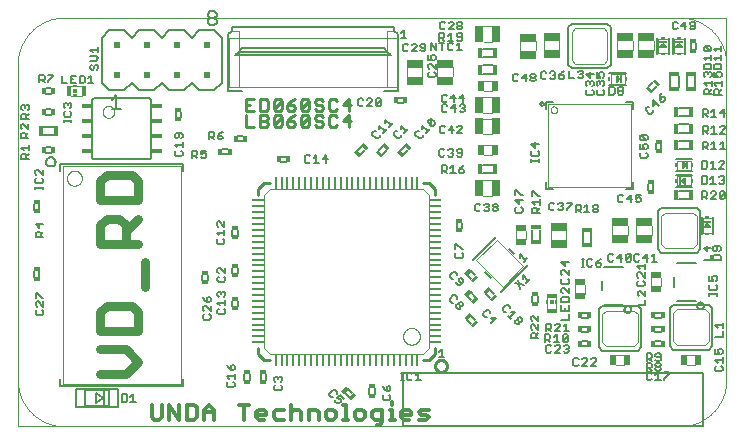
<source format=gto>
G75*
%MOIN*%
%OFA0B0*%
%FSLAX25Y25*%
%IPPOS*%
%LPD*%
%AMOC8*
5,1,8,0,0,1.08239X$1,22.5*
%
%ADD10C,0.00000*%
%ADD11C,0.00600*%
%ADD12C,0.01300*%
%ADD13C,0.03100*%
%ADD14C,0.01000*%
%ADD15C,0.00394*%
%ADD16R,0.03937X0.00787*%
%ADD17R,0.00787X0.03937*%
%ADD18C,0.00984*%
%ADD19C,0.00197*%
%ADD20C,0.00787*%
%ADD21R,0.01181X0.02362*%
%ADD22R,0.02362X0.01181*%
%ADD23C,0.00500*%
%ADD24R,0.00787X0.05512*%
%ADD25C,0.00400*%
%ADD26R,0.05709X0.02953*%
%ADD27R,0.00787X0.01575*%
%ADD28R,0.00787X0.03150*%
%ADD29R,0.02953X0.05709*%
%ADD30R,0.01969X0.03740*%
%ADD31R,0.01575X0.00787*%
%ADD32R,0.03150X0.00787*%
%ADD33R,0.01600X0.03400*%
%ADD34R,0.03400X0.01600*%
%ADD35R,0.03740X0.01969*%
%ADD36C,0.00200*%
%ADD37R,0.03543X0.01378*%
%ADD38R,0.02000X0.02000*%
%ADD39R,0.01575X0.03543*%
%ADD40R,0.01181X0.00591*%
%ADD41R,0.01181X0.01181*%
%ADD42R,0.03543X0.01575*%
%ADD43R,0.00591X0.01181*%
D10*
X0006118Y0012146D02*
X0006118Y0026320D01*
X0006118Y0027894D02*
X0006118Y0133406D01*
X0006137Y0133787D01*
X0006166Y0134168D01*
X0006204Y0134547D01*
X0006251Y0134926D01*
X0006308Y0135303D01*
X0006374Y0135679D01*
X0006449Y0136053D01*
X0006533Y0136426D01*
X0006627Y0136796D01*
X0006729Y0137163D01*
X0006841Y0137528D01*
X0006961Y0137890D01*
X0007090Y0138249D01*
X0007228Y0138605D01*
X0007374Y0138957D01*
X0007530Y0139306D01*
X0007693Y0139651D01*
X0007865Y0139991D01*
X0008046Y0140328D01*
X0008234Y0140659D01*
X0008431Y0140986D01*
X0008635Y0141309D01*
X0008848Y0141626D01*
X0009068Y0141937D01*
X0009296Y0142243D01*
X0009531Y0142544D01*
X0009773Y0142839D01*
X0010023Y0143127D01*
X0010280Y0143410D01*
X0010543Y0143686D01*
X0010813Y0143955D01*
X0011090Y0144218D01*
X0011373Y0144474D01*
X0011662Y0144723D01*
X0011957Y0144965D01*
X0012258Y0145199D01*
X0012565Y0145426D01*
X0012877Y0145646D01*
X0013195Y0145858D01*
X0013517Y0146061D01*
X0013845Y0146257D01*
X0014177Y0146445D01*
X0014514Y0146625D01*
X0014854Y0146796D01*
X0015200Y0146959D01*
X0015549Y0147113D01*
X0015901Y0147259D01*
X0016257Y0147396D01*
X0016617Y0147525D01*
X0016979Y0147644D01*
X0017344Y0147755D01*
X0017712Y0147856D01*
X0018082Y0147949D01*
X0018455Y0148032D01*
X0018829Y0148106D01*
X0019205Y0148171D01*
X0019582Y0148227D01*
X0019961Y0148274D01*
X0020341Y0148311D01*
X0020722Y0148339D01*
X0021103Y0148358D01*
X0021484Y0148367D01*
X0021866Y0148367D01*
X0227378Y0148367D01*
X0228165Y0148367D02*
X0242339Y0148367D01*
X0242339Y0134194D01*
X0242339Y0132619D02*
X0242339Y0027107D01*
X0242338Y0027107D02*
X0242319Y0026726D01*
X0242290Y0026345D01*
X0242252Y0025966D01*
X0242205Y0025587D01*
X0242148Y0025210D01*
X0242082Y0024834D01*
X0242007Y0024460D01*
X0241923Y0024087D01*
X0241829Y0023717D01*
X0241727Y0023350D01*
X0241615Y0022985D01*
X0241495Y0022623D01*
X0241366Y0022264D01*
X0241228Y0021908D01*
X0241082Y0021556D01*
X0240926Y0021207D01*
X0240763Y0020862D01*
X0240591Y0020522D01*
X0240410Y0020185D01*
X0240222Y0019854D01*
X0240025Y0019527D01*
X0239821Y0019204D01*
X0239608Y0018887D01*
X0239388Y0018576D01*
X0239160Y0018270D01*
X0238925Y0017969D01*
X0238683Y0017674D01*
X0238433Y0017386D01*
X0238176Y0017103D01*
X0237913Y0016827D01*
X0237643Y0016558D01*
X0237366Y0016295D01*
X0237083Y0016039D01*
X0236794Y0015790D01*
X0236499Y0015548D01*
X0236198Y0015314D01*
X0235891Y0015087D01*
X0235579Y0014867D01*
X0235261Y0014655D01*
X0234939Y0014452D01*
X0234611Y0014256D01*
X0234279Y0014068D01*
X0233942Y0013888D01*
X0233602Y0013717D01*
X0233256Y0013554D01*
X0232907Y0013400D01*
X0232555Y0013254D01*
X0232199Y0013117D01*
X0231839Y0012988D01*
X0231477Y0012869D01*
X0231112Y0012758D01*
X0230744Y0012657D01*
X0230374Y0012564D01*
X0230001Y0012481D01*
X0229627Y0012407D01*
X0229251Y0012342D01*
X0228874Y0012286D01*
X0228495Y0012239D01*
X0228115Y0012202D01*
X0227734Y0012174D01*
X0227353Y0012155D01*
X0226972Y0012146D01*
X0226590Y0012146D01*
X0226591Y0012146D02*
X0021079Y0012146D01*
X0006118Y0012146D01*
X0021079Y0012147D02*
X0020698Y0012166D01*
X0020317Y0012195D01*
X0019938Y0012233D01*
X0019559Y0012280D01*
X0019182Y0012337D01*
X0018806Y0012403D01*
X0018432Y0012478D01*
X0018059Y0012562D01*
X0017689Y0012656D01*
X0017322Y0012758D01*
X0016957Y0012870D01*
X0016595Y0012990D01*
X0016236Y0013119D01*
X0015880Y0013257D01*
X0015528Y0013403D01*
X0015179Y0013559D01*
X0014834Y0013722D01*
X0014494Y0013894D01*
X0014157Y0014075D01*
X0013826Y0014263D01*
X0013499Y0014460D01*
X0013176Y0014664D01*
X0012859Y0014877D01*
X0012548Y0015097D01*
X0012242Y0015325D01*
X0011941Y0015560D01*
X0011646Y0015802D01*
X0011358Y0016052D01*
X0011075Y0016309D01*
X0010799Y0016572D01*
X0010530Y0016842D01*
X0010267Y0017119D01*
X0010011Y0017402D01*
X0009762Y0017691D01*
X0009520Y0017986D01*
X0009286Y0018287D01*
X0009059Y0018594D01*
X0008839Y0018906D01*
X0008627Y0019224D01*
X0008424Y0019546D01*
X0008228Y0019874D01*
X0008040Y0020206D01*
X0007860Y0020543D01*
X0007689Y0020883D01*
X0007526Y0021229D01*
X0007372Y0021578D01*
X0007226Y0021930D01*
X0007089Y0022286D01*
X0006960Y0022646D01*
X0006841Y0023008D01*
X0006730Y0023373D01*
X0006629Y0023741D01*
X0006536Y0024111D01*
X0006453Y0024484D01*
X0006379Y0024858D01*
X0006314Y0025234D01*
X0006258Y0025611D01*
X0006211Y0025990D01*
X0006174Y0026370D01*
X0006146Y0026751D01*
X0006127Y0027132D01*
X0006118Y0027513D01*
X0006118Y0027895D01*
X0227378Y0148367D02*
X0227759Y0148348D01*
X0228140Y0148319D01*
X0228519Y0148281D01*
X0228898Y0148234D01*
X0229275Y0148177D01*
X0229651Y0148111D01*
X0230025Y0148036D01*
X0230398Y0147952D01*
X0230768Y0147858D01*
X0231135Y0147756D01*
X0231500Y0147644D01*
X0231862Y0147524D01*
X0232221Y0147395D01*
X0232577Y0147257D01*
X0232929Y0147111D01*
X0233278Y0146955D01*
X0233623Y0146792D01*
X0233963Y0146620D01*
X0234300Y0146439D01*
X0234631Y0146251D01*
X0234958Y0146054D01*
X0235281Y0145850D01*
X0235598Y0145637D01*
X0235909Y0145417D01*
X0236215Y0145189D01*
X0236516Y0144954D01*
X0236811Y0144712D01*
X0237099Y0144462D01*
X0237382Y0144205D01*
X0237658Y0143942D01*
X0237927Y0143672D01*
X0238190Y0143395D01*
X0238446Y0143112D01*
X0238695Y0142823D01*
X0238937Y0142528D01*
X0239171Y0142227D01*
X0239398Y0141920D01*
X0239618Y0141608D01*
X0239830Y0141290D01*
X0240033Y0140968D01*
X0240229Y0140640D01*
X0240417Y0140308D01*
X0240597Y0139971D01*
X0240768Y0139631D01*
X0240931Y0139285D01*
X0241085Y0138936D01*
X0241231Y0138584D01*
X0241368Y0138228D01*
X0241497Y0137868D01*
X0241616Y0137506D01*
X0241727Y0137141D01*
X0241828Y0136773D01*
X0241921Y0136403D01*
X0242004Y0136030D01*
X0242078Y0135656D01*
X0242143Y0135280D01*
X0242199Y0134903D01*
X0242246Y0134524D01*
X0242283Y0134144D01*
X0242311Y0133763D01*
X0242330Y0133382D01*
X0242339Y0133001D01*
X0242339Y0132619D01*
D11*
X0240661Y0132581D02*
X0240661Y0131305D01*
X0238109Y0131305D01*
X0238109Y0132581D01*
X0238534Y0133006D01*
X0240235Y0133006D01*
X0240661Y0132581D01*
X0240661Y0134205D02*
X0240661Y0135906D01*
X0240661Y0135056D02*
X0238109Y0135056D01*
X0238959Y0134205D01*
X0237314Y0134205D02*
X0237314Y0135906D01*
X0237314Y0135056D02*
X0234762Y0135056D01*
X0235613Y0134205D01*
X0235188Y0133006D02*
X0234762Y0132581D01*
X0234762Y0131305D01*
X0237314Y0131305D01*
X0237314Y0132581D01*
X0236889Y0133006D01*
X0235188Y0133006D01*
X0235325Y0130283D02*
X0235751Y0130283D01*
X0236176Y0129857D01*
X0236601Y0130283D01*
X0237027Y0130283D01*
X0237452Y0129857D01*
X0237452Y0129007D01*
X0237027Y0128582D01*
X0238168Y0128542D02*
X0239444Y0128542D01*
X0239019Y0129392D01*
X0239019Y0129818D01*
X0239444Y0130243D01*
X0240294Y0130243D01*
X0240720Y0129818D01*
X0240720Y0128967D01*
X0240294Y0128542D01*
X0240720Y0127343D02*
X0240720Y0125642D01*
X0240720Y0126492D02*
X0238168Y0126492D01*
X0239019Y0125642D01*
X0239444Y0124443D02*
X0239869Y0124017D01*
X0239869Y0122742D01*
X0239869Y0123592D02*
X0240720Y0124443D01*
X0239444Y0124443D02*
X0238593Y0124443D01*
X0238168Y0124017D01*
X0238168Y0122742D01*
X0240720Y0122742D01*
X0237452Y0122781D02*
X0234900Y0122781D01*
X0234900Y0124057D01*
X0235325Y0124483D01*
X0236176Y0124483D01*
X0236601Y0124057D01*
X0236601Y0122781D01*
X0236601Y0123632D02*
X0237452Y0124483D01*
X0237452Y0125681D02*
X0237452Y0127383D01*
X0237452Y0126532D02*
X0234900Y0126532D01*
X0235751Y0125681D01*
X0235325Y0128582D02*
X0234900Y0129007D01*
X0234900Y0129857D01*
X0235325Y0130283D01*
X0236176Y0129857D02*
X0236176Y0129432D01*
X0238168Y0130243D02*
X0238168Y0128542D01*
X0231929Y0128808D02*
X0231929Y0125406D01*
X0229126Y0125406D02*
X0229126Y0128808D01*
X0226417Y0128808D02*
X0226417Y0125406D01*
X0223614Y0125406D02*
X0223614Y0128808D01*
X0219235Y0125591D02*
X0217871Y0124226D01*
X0216623Y0125474D02*
X0217988Y0126838D01*
X0220394Y0123114D02*
X0220093Y0122212D01*
X0220093Y0121009D01*
X0220996Y0121911D01*
X0221597Y0121911D01*
X0221898Y0121610D01*
X0221898Y0121009D01*
X0221296Y0120407D01*
X0220695Y0120407D01*
X0220093Y0121009D01*
X0219246Y0120161D02*
X0218043Y0118958D01*
X0218043Y0120762D01*
X0219847Y0118958D01*
X0217796Y0117509D02*
X0217796Y0116907D01*
X0217195Y0116306D01*
X0216593Y0116306D01*
X0215391Y0117509D01*
X0215391Y0118110D01*
X0215992Y0118712D01*
X0216593Y0118712D01*
X0207975Y0123108D02*
X0207550Y0122683D01*
X0206699Y0122683D01*
X0206274Y0123108D01*
X0206274Y0123533D01*
X0206699Y0123958D01*
X0207550Y0123958D01*
X0207975Y0123533D01*
X0207975Y0123108D01*
X0207550Y0123958D02*
X0207975Y0124384D01*
X0207975Y0124809D01*
X0207550Y0125234D01*
X0206699Y0125234D01*
X0206274Y0124809D01*
X0206274Y0124384D01*
X0206699Y0123958D01*
X0205075Y0123108D02*
X0205075Y0124809D01*
X0204650Y0125234D01*
X0203374Y0125234D01*
X0203374Y0122683D01*
X0204650Y0122683D01*
X0205075Y0123108D01*
X0201606Y0123029D02*
X0201606Y0123880D01*
X0201180Y0124305D01*
X0201180Y0125504D02*
X0201606Y0125929D01*
X0201606Y0126780D01*
X0201180Y0127205D01*
X0200755Y0127205D01*
X0200330Y0126780D01*
X0200330Y0126354D01*
X0200330Y0126780D02*
X0199904Y0127205D01*
X0199479Y0127205D01*
X0199054Y0126780D01*
X0199054Y0125929D01*
X0199479Y0125504D01*
X0199479Y0124305D02*
X0199054Y0123880D01*
X0199054Y0123029D01*
X0199479Y0122604D01*
X0201180Y0122604D01*
X0201606Y0123029D01*
X0198062Y0123029D02*
X0198062Y0123880D01*
X0197637Y0124305D01*
X0197637Y0125504D02*
X0198062Y0125929D01*
X0198062Y0126780D01*
X0197637Y0127205D01*
X0197212Y0127205D01*
X0196786Y0126780D01*
X0196786Y0126354D01*
X0196786Y0126780D02*
X0196361Y0127205D01*
X0195936Y0127205D01*
X0195510Y0126780D01*
X0195510Y0125929D01*
X0195936Y0125504D01*
X0195936Y0124305D02*
X0195510Y0123880D01*
X0195510Y0123029D01*
X0195936Y0122604D01*
X0197637Y0122604D01*
X0198062Y0123029D01*
X0199054Y0128404D02*
X0200330Y0128404D01*
X0199904Y0129255D01*
X0199904Y0129680D01*
X0200330Y0130105D01*
X0201180Y0130105D01*
X0201606Y0129680D01*
X0201606Y0128829D01*
X0201180Y0128404D01*
X0199054Y0128404D02*
X0199054Y0130105D01*
X0198062Y0129680D02*
X0195510Y0129680D01*
X0196786Y0128404D01*
X0196786Y0130105D01*
X0194484Y0129896D02*
X0194484Y0130321D01*
X0194059Y0130746D01*
X0193208Y0130746D01*
X0192783Y0130321D01*
X0193633Y0129470D02*
X0194059Y0129470D01*
X0194484Y0129045D01*
X0194484Y0128620D01*
X0194059Y0128194D01*
X0193208Y0128194D01*
X0192783Y0128620D01*
X0191584Y0128194D02*
X0189883Y0128194D01*
X0189883Y0130746D01*
X0188172Y0130471D02*
X0187321Y0130045D01*
X0186471Y0129195D01*
X0187747Y0129195D01*
X0188172Y0128769D01*
X0188172Y0128344D01*
X0187747Y0127919D01*
X0186896Y0127919D01*
X0186471Y0128344D01*
X0186471Y0129195D01*
X0185272Y0129620D02*
X0184847Y0129195D01*
X0185272Y0128769D01*
X0185272Y0128344D01*
X0184847Y0127919D01*
X0183996Y0127919D01*
X0183571Y0128344D01*
X0182372Y0128344D02*
X0181946Y0127919D01*
X0181096Y0127919D01*
X0180671Y0128344D01*
X0180671Y0130045D01*
X0181096Y0130471D01*
X0181946Y0130471D01*
X0182372Y0130045D01*
X0183571Y0130045D02*
X0183996Y0130471D01*
X0184847Y0130471D01*
X0185272Y0130045D01*
X0185272Y0129620D01*
X0184847Y0129195D02*
X0184421Y0129195D01*
X0178723Y0129258D02*
X0178723Y0128833D01*
X0178298Y0128407D01*
X0177447Y0128407D01*
X0177022Y0128833D01*
X0177022Y0129258D01*
X0177447Y0129683D01*
X0178298Y0129683D01*
X0178723Y0129258D01*
X0178298Y0128407D02*
X0178723Y0127982D01*
X0178723Y0127557D01*
X0178298Y0127131D01*
X0177447Y0127131D01*
X0177022Y0127557D01*
X0177022Y0127982D01*
X0177447Y0128407D01*
X0175823Y0128407D02*
X0174122Y0128407D01*
X0175398Y0129683D01*
X0175398Y0127131D01*
X0172923Y0127557D02*
X0172498Y0127131D01*
X0171647Y0127131D01*
X0171222Y0127557D01*
X0171222Y0129258D01*
X0171647Y0129683D01*
X0172498Y0129683D01*
X0172923Y0129258D01*
X0164512Y0129642D02*
X0161110Y0129642D01*
X0161110Y0132446D02*
X0164512Y0132446D01*
X0164512Y0135154D02*
X0161110Y0135154D01*
X0161110Y0137957D02*
X0164512Y0137957D01*
X0154176Y0137505D02*
X0152475Y0137505D01*
X0153325Y0137505D02*
X0153325Y0140057D01*
X0152475Y0139207D01*
X0151276Y0139632D02*
X0150850Y0140057D01*
X0150000Y0140057D01*
X0149575Y0139632D01*
X0149575Y0137931D01*
X0150000Y0137505D01*
X0150850Y0137505D01*
X0151276Y0137931D01*
X0151276Y0140655D02*
X0149575Y0140655D01*
X0150425Y0140655D02*
X0150425Y0143207D01*
X0149575Y0142356D01*
X0148376Y0141931D02*
X0147950Y0141506D01*
X0146674Y0141506D01*
X0147525Y0141506D02*
X0148376Y0140655D01*
X0148376Y0140057D02*
X0146674Y0140057D01*
X0146674Y0140655D02*
X0146674Y0143207D01*
X0147950Y0143207D01*
X0148376Y0142781D01*
X0148376Y0141931D01*
X0147525Y0140057D02*
X0147525Y0137505D01*
X0145476Y0137505D02*
X0145476Y0140057D01*
X0143774Y0140057D02*
X0145476Y0137505D01*
X0145038Y0135932D02*
X0145464Y0135507D01*
X0145464Y0134657D01*
X0145038Y0134231D01*
X0144188Y0134231D02*
X0143763Y0135082D01*
X0143763Y0135507D01*
X0144188Y0135932D01*
X0145038Y0135932D01*
X0144188Y0134231D02*
X0142912Y0134231D01*
X0142912Y0135932D01*
X0143774Y0137505D02*
X0143774Y0140057D01*
X0141990Y0139258D02*
X0141565Y0139683D01*
X0140714Y0139683D01*
X0140289Y0139258D01*
X0140289Y0138833D01*
X0140714Y0138407D01*
X0141990Y0138407D01*
X0141990Y0137557D02*
X0141990Y0139258D01*
X0141990Y0137557D02*
X0141565Y0137131D01*
X0140714Y0137131D01*
X0140289Y0137557D01*
X0139090Y0137131D02*
X0137389Y0137131D01*
X0139090Y0138833D01*
X0139090Y0139258D01*
X0138665Y0139683D01*
X0137814Y0139683D01*
X0137389Y0139258D01*
X0136190Y0139258D02*
X0135765Y0139683D01*
X0134914Y0139683D01*
X0134489Y0139258D01*
X0134489Y0137557D01*
X0134914Y0137131D01*
X0135765Y0137131D01*
X0136190Y0137557D01*
X0135678Y0141580D02*
X0133977Y0141580D01*
X0134828Y0141580D02*
X0134828Y0144132D01*
X0133977Y0143281D01*
X0146812Y0144879D02*
X0147238Y0144454D01*
X0148088Y0144454D01*
X0148513Y0144879D01*
X0149712Y0144454D02*
X0151414Y0146155D01*
X0151414Y0146581D01*
X0150988Y0147006D01*
X0150138Y0147006D01*
X0149712Y0146581D01*
X0148513Y0146581D02*
X0148088Y0147006D01*
X0147238Y0147006D01*
X0146812Y0146581D01*
X0146812Y0144879D01*
X0149712Y0144454D02*
X0151414Y0144454D01*
X0152612Y0144879D02*
X0152612Y0145305D01*
X0153038Y0145730D01*
X0153888Y0145730D01*
X0154314Y0145305D01*
X0154314Y0144879D01*
X0153888Y0144454D01*
X0153038Y0144454D01*
X0152612Y0144879D01*
X0153038Y0145730D02*
X0152612Y0146155D01*
X0152612Y0146581D01*
X0153038Y0147006D01*
X0153888Y0147006D01*
X0154314Y0146581D01*
X0154314Y0146155D01*
X0153888Y0145730D01*
X0153751Y0143207D02*
X0152900Y0143207D01*
X0152475Y0142781D01*
X0152475Y0142356D01*
X0152900Y0141931D01*
X0154176Y0141931D01*
X0154176Y0142781D02*
X0154176Y0141080D01*
X0153751Y0140655D01*
X0152900Y0140655D01*
X0152475Y0141080D01*
X0154176Y0142781D02*
X0153751Y0143207D01*
X0145464Y0133032D02*
X0145464Y0131331D01*
X0143763Y0133032D01*
X0143337Y0133032D01*
X0142912Y0132607D01*
X0142912Y0131756D01*
X0143337Y0131331D01*
X0143337Y0130132D02*
X0142912Y0129707D01*
X0142912Y0128856D01*
X0143337Y0128431D01*
X0145038Y0128431D01*
X0145464Y0128856D01*
X0145464Y0129707D01*
X0145038Y0130132D01*
X0147887Y0122734D02*
X0147462Y0122309D01*
X0147462Y0120608D01*
X0147887Y0120183D01*
X0148738Y0120183D01*
X0149163Y0120608D01*
X0148876Y0119447D02*
X0148025Y0119447D01*
X0147600Y0119022D01*
X0147600Y0117320D01*
X0148025Y0116895D01*
X0148876Y0116895D01*
X0149301Y0117320D01*
X0150500Y0118171D02*
X0152201Y0118171D01*
X0151776Y0116895D02*
X0151776Y0119447D01*
X0150500Y0118171D01*
X0149301Y0119022D02*
X0148876Y0119447D01*
X0150362Y0121458D02*
X0152063Y0121458D01*
X0153262Y0121458D02*
X0154538Y0122734D01*
X0154538Y0120183D01*
X0154676Y0119447D02*
X0155101Y0119022D01*
X0155101Y0118596D01*
X0154676Y0118171D01*
X0155101Y0117746D01*
X0155101Y0117320D01*
X0154676Y0116895D01*
X0153825Y0116895D01*
X0153400Y0117320D01*
X0154250Y0118171D02*
X0154676Y0118171D01*
X0154676Y0119447D02*
X0153825Y0119447D01*
X0153400Y0119022D01*
X0151638Y0120183D02*
X0151638Y0122734D01*
X0150362Y0121458D01*
X0149163Y0122309D02*
X0148738Y0122734D01*
X0147887Y0122734D01*
X0153262Y0121458D02*
X0154963Y0121458D01*
X0145185Y0113451D02*
X0143982Y0114654D01*
X0143982Y0112248D01*
X0144583Y0112248D01*
X0145185Y0112850D01*
X0145185Y0113451D01*
X0143982Y0112248D02*
X0142779Y0113451D01*
X0142779Y0114053D01*
X0143380Y0114654D01*
X0143982Y0114654D01*
X0141029Y0112303D02*
X0142833Y0110498D01*
X0142232Y0109897D02*
X0143435Y0111100D01*
X0141029Y0111100D02*
X0141029Y0112303D01*
X0139880Y0110553D02*
X0139279Y0110553D01*
X0138677Y0109951D01*
X0138677Y0109350D01*
X0139880Y0108147D01*
X0140482Y0108147D01*
X0141083Y0108748D01*
X0141083Y0109350D01*
X0136151Y0111100D02*
X0134948Y0109897D01*
X0135550Y0110498D02*
X0133745Y0112303D01*
X0133745Y0111100D01*
X0132597Y0110553D02*
X0131995Y0110553D01*
X0131394Y0109951D01*
X0131394Y0109350D01*
X0132597Y0108147D01*
X0133198Y0108147D01*
X0133800Y0108748D01*
X0133800Y0109350D01*
X0135114Y0105578D02*
X0133749Y0104214D01*
X0134997Y0102967D02*
X0136361Y0104331D01*
X0129077Y0104331D02*
X0127713Y0102967D01*
X0126466Y0104214D02*
X0127830Y0105578D01*
X0126112Y0108147D02*
X0126713Y0108748D01*
X0126713Y0109350D01*
X0127862Y0109897D02*
X0129065Y0111100D01*
X0128463Y0110498D02*
X0126659Y0112303D01*
X0126659Y0111100D01*
X0125510Y0110553D02*
X0124909Y0110553D01*
X0124307Y0109951D01*
X0124307Y0109350D01*
X0125510Y0108147D01*
X0126112Y0108147D01*
X0121991Y0104331D02*
X0120627Y0102967D01*
X0119379Y0104214D02*
X0120743Y0105578D01*
X0129912Y0111948D02*
X0131115Y0113150D01*
X0130514Y0112549D02*
X0128709Y0114353D01*
X0128709Y0113150D01*
X0126742Y0118883D02*
X0125892Y0118883D01*
X0125466Y0119309D01*
X0127168Y0121010D01*
X0127168Y0119309D01*
X0126742Y0118883D01*
X0125466Y0119309D02*
X0125466Y0121010D01*
X0125892Y0121435D01*
X0126742Y0121435D01*
X0127168Y0121010D01*
X0124267Y0121010D02*
X0124267Y0120584D01*
X0122566Y0118883D01*
X0124267Y0118883D01*
X0121367Y0119309D02*
X0120942Y0118883D01*
X0120091Y0118883D01*
X0119666Y0119309D01*
X0119666Y0121010D01*
X0120091Y0121435D01*
X0120942Y0121435D01*
X0121367Y0121010D01*
X0122566Y0121010D02*
X0122992Y0121435D01*
X0123842Y0121435D01*
X0124267Y0121010D01*
X0132713Y0121690D02*
X0134642Y0121690D01*
X0134642Y0119926D02*
X0132713Y0119926D01*
X0146812Y0111935D02*
X0146812Y0110234D01*
X0147238Y0109809D01*
X0148088Y0109809D01*
X0148513Y0110234D01*
X0149712Y0111084D02*
X0151414Y0111084D01*
X0150988Y0109809D02*
X0150988Y0112360D01*
X0149712Y0111084D01*
X0148513Y0111935D02*
X0148088Y0112360D01*
X0147238Y0112360D01*
X0146812Y0111935D01*
X0152612Y0111935D02*
X0153038Y0112360D01*
X0153888Y0112360D01*
X0154314Y0111935D01*
X0154314Y0111510D01*
X0152612Y0109809D01*
X0154314Y0109809D01*
X0153751Y0104624D02*
X0152900Y0104624D01*
X0152475Y0104199D01*
X0152475Y0103773D01*
X0152900Y0103348D01*
X0154176Y0103348D01*
X0154176Y0102498D02*
X0154176Y0104199D01*
X0153751Y0104624D01*
X0154176Y0102498D02*
X0153751Y0102072D01*
X0152900Y0102072D01*
X0152475Y0102498D01*
X0151276Y0102498D02*
X0150850Y0102072D01*
X0150000Y0102072D01*
X0149575Y0102498D01*
X0148376Y0102498D02*
X0147950Y0102072D01*
X0147100Y0102072D01*
X0146674Y0102498D01*
X0146674Y0104199D01*
X0147100Y0104624D01*
X0147950Y0104624D01*
X0148376Y0104199D01*
X0149575Y0104199D02*
X0150000Y0104624D01*
X0150850Y0104624D01*
X0151276Y0104199D01*
X0151276Y0103773D01*
X0150850Y0103348D01*
X0151276Y0102923D01*
X0151276Y0102498D01*
X0150850Y0103348D02*
X0150425Y0103348D01*
X0151213Y0099112D02*
X0151213Y0096560D01*
X0152063Y0096560D02*
X0150362Y0096560D01*
X0149163Y0096560D02*
X0148312Y0097411D01*
X0148738Y0097411D02*
X0147462Y0097411D01*
X0147462Y0096560D02*
X0147462Y0099112D01*
X0148738Y0099112D01*
X0149163Y0098687D01*
X0149163Y0097836D01*
X0148738Y0097411D01*
X0150362Y0098262D02*
X0151213Y0099112D01*
X0153262Y0097836D02*
X0154538Y0097836D01*
X0154963Y0097411D01*
X0154963Y0096986D01*
X0154538Y0096560D01*
X0153687Y0096560D01*
X0153262Y0096986D01*
X0153262Y0097836D01*
X0154113Y0098687D01*
X0154963Y0099112D01*
X0161110Y0099375D02*
X0164512Y0099375D01*
X0164512Y0096571D02*
X0161110Y0096571D01*
X0171908Y0090913D02*
X0172333Y0090913D01*
X0174035Y0089212D01*
X0174460Y0089212D01*
X0174460Y0087587D02*
X0171908Y0087587D01*
X0173184Y0086311D01*
X0173184Y0088013D01*
X0171908Y0089212D02*
X0171908Y0090913D01*
X0177538Y0090676D02*
X0177538Y0088975D01*
X0177538Y0090676D02*
X0177963Y0090676D01*
X0179664Y0088975D01*
X0180090Y0088975D01*
X0180090Y0087776D02*
X0180090Y0086075D01*
X0180090Y0086925D02*
X0177538Y0086925D01*
X0178389Y0086075D01*
X0178814Y0084876D02*
X0179239Y0084451D01*
X0179239Y0083175D01*
X0179239Y0084025D02*
X0180090Y0084876D01*
X0178814Y0084876D02*
X0177963Y0084876D01*
X0177538Y0084451D01*
X0177538Y0083175D01*
X0180090Y0083175D01*
X0183308Y0084604D02*
X0183308Y0086305D01*
X0183733Y0086730D01*
X0184584Y0086730D01*
X0185009Y0086305D01*
X0186208Y0086305D02*
X0186633Y0086730D01*
X0187484Y0086730D01*
X0187909Y0086305D01*
X0187909Y0085880D01*
X0187484Y0085454D01*
X0187909Y0085029D01*
X0187909Y0084604D01*
X0187484Y0084179D01*
X0186633Y0084179D01*
X0186208Y0084604D01*
X0185009Y0084604D02*
X0184584Y0084179D01*
X0183733Y0084179D01*
X0183308Y0084604D01*
X0187059Y0085454D02*
X0187484Y0085454D01*
X0189108Y0084604D02*
X0189108Y0084179D01*
X0189108Y0084604D02*
X0190809Y0086305D01*
X0190809Y0086730D01*
X0189108Y0086730D01*
X0192107Y0086002D02*
X0193383Y0086002D01*
X0193808Y0085577D01*
X0193808Y0084726D01*
X0193383Y0084301D01*
X0192107Y0084301D01*
X0192958Y0084301D02*
X0193808Y0083450D01*
X0195007Y0083450D02*
X0196708Y0083450D01*
X0195858Y0083450D02*
X0195858Y0086002D01*
X0195007Y0085151D01*
X0197907Y0085151D02*
X0197907Y0085577D01*
X0198333Y0086002D01*
X0199183Y0086002D01*
X0199608Y0085577D01*
X0199608Y0085151D01*
X0199183Y0084726D01*
X0198333Y0084726D01*
X0197907Y0085151D01*
X0198333Y0084726D02*
X0197907Y0084301D01*
X0197907Y0083876D01*
X0198333Y0083450D01*
X0199183Y0083450D01*
X0199608Y0083876D01*
X0199608Y0084301D01*
X0199183Y0084726D01*
X0192107Y0083450D02*
X0192107Y0086002D01*
X0180354Y0077627D02*
X0180354Y0074225D01*
X0177551Y0074225D02*
X0177551Y0077627D01*
X0174035Y0083411D02*
X0172333Y0083411D01*
X0171908Y0083837D01*
X0171908Y0084687D01*
X0172333Y0085112D01*
X0174035Y0085112D02*
X0174460Y0084687D01*
X0174460Y0083837D01*
X0174035Y0083411D01*
X0166125Y0084250D02*
X0165699Y0083824D01*
X0164849Y0083824D01*
X0164423Y0084250D01*
X0164423Y0084675D01*
X0164849Y0085100D01*
X0165699Y0085100D01*
X0166125Y0084675D01*
X0166125Y0084250D01*
X0165699Y0085100D02*
X0166125Y0085525D01*
X0166125Y0085951D01*
X0165699Y0086376D01*
X0164849Y0086376D01*
X0164423Y0085951D01*
X0164423Y0085525D01*
X0164849Y0085100D01*
X0163225Y0084675D02*
X0163225Y0084250D01*
X0162799Y0083824D01*
X0161949Y0083824D01*
X0161523Y0084250D01*
X0160324Y0084250D02*
X0159899Y0083824D01*
X0159049Y0083824D01*
X0158623Y0084250D01*
X0158623Y0085951D01*
X0159049Y0086376D01*
X0159899Y0086376D01*
X0160324Y0085951D01*
X0161523Y0085951D02*
X0161949Y0086376D01*
X0162799Y0086376D01*
X0163225Y0085951D01*
X0163225Y0085525D01*
X0162799Y0085100D01*
X0163225Y0084675D01*
X0162799Y0085100D02*
X0162374Y0085100D01*
X0154244Y0080040D02*
X0154244Y0078111D01*
X0152480Y0078111D02*
X0152480Y0080040D01*
X0152373Y0072815D02*
X0154074Y0071114D01*
X0154499Y0071114D01*
X0154074Y0069915D02*
X0154499Y0069490D01*
X0154499Y0068639D01*
X0154074Y0068214D01*
X0152373Y0068214D01*
X0151947Y0068639D01*
X0151947Y0069490D01*
X0152373Y0069915D01*
X0151947Y0071114D02*
X0151947Y0072815D01*
X0152373Y0072815D01*
X0151955Y0063642D02*
X0151353Y0063642D01*
X0150150Y0062439D01*
X0150150Y0061838D01*
X0150752Y0061236D01*
X0151353Y0061236D01*
X0152201Y0060389D02*
X0152201Y0059787D01*
X0152802Y0059186D01*
X0153404Y0059186D01*
X0154607Y0060389D01*
X0154607Y0060990D01*
X0154005Y0061591D01*
X0153404Y0061591D01*
X0153103Y0061291D01*
X0153103Y0060689D01*
X0154005Y0059787D01*
X0152556Y0062439D02*
X0152556Y0063041D01*
X0151955Y0063642D01*
X0155994Y0062598D02*
X0157358Y0061234D01*
X0158605Y0062482D02*
X0157241Y0063846D01*
X0157241Y0056759D02*
X0158605Y0055395D01*
X0157358Y0054148D02*
X0155994Y0055512D01*
X0154005Y0053717D02*
X0154607Y0053116D01*
X0154607Y0052515D01*
X0154306Y0052214D01*
X0153705Y0052214D01*
X0153103Y0052815D01*
X0153103Y0053417D01*
X0153404Y0053717D01*
X0154005Y0053717D01*
X0153103Y0052815D02*
X0152502Y0052815D01*
X0152201Y0052515D01*
X0152201Y0051913D01*
X0152802Y0051312D01*
X0153404Y0051312D01*
X0153705Y0051612D01*
X0153705Y0052214D01*
X0152556Y0054565D02*
X0152556Y0055167D01*
X0151955Y0055768D01*
X0151353Y0055768D01*
X0150150Y0054565D01*
X0150150Y0053964D01*
X0150752Y0053362D01*
X0151353Y0053362D01*
X0157241Y0048885D02*
X0158605Y0047521D01*
X0157358Y0046274D02*
X0155994Y0047638D01*
X0161174Y0049239D02*
X0161775Y0048638D01*
X0162377Y0048638D01*
X0161174Y0049239D02*
X0161174Y0049841D01*
X0162377Y0051044D01*
X0162978Y0051044D01*
X0163580Y0050442D01*
X0163580Y0049841D01*
X0163826Y0048392D02*
X0165029Y0047189D01*
X0165630Y0048392D02*
X0163826Y0048392D01*
X0165630Y0048392D02*
X0163826Y0046587D01*
X0169505Y0049068D02*
X0170708Y0047865D01*
X0170107Y0048466D02*
X0171911Y0050271D01*
X0170708Y0050271D01*
X0170161Y0051419D02*
X0170161Y0052021D01*
X0169560Y0052622D01*
X0168958Y0052622D01*
X0167755Y0051419D01*
X0167755Y0050818D01*
X0168357Y0050216D01*
X0168958Y0050216D01*
X0171857Y0047318D02*
X0172157Y0047618D01*
X0172759Y0047618D01*
X0173360Y0047017D01*
X0173360Y0046416D01*
X0173060Y0046115D01*
X0172458Y0046115D01*
X0171857Y0046716D01*
X0171857Y0047318D01*
X0172759Y0047618D02*
X0172759Y0048220D01*
X0173060Y0048521D01*
X0173661Y0048521D01*
X0174262Y0047919D01*
X0174262Y0047318D01*
X0173962Y0047017D01*
X0173360Y0047017D01*
X0177094Y0047769D02*
X0177528Y0047335D01*
X0177094Y0047769D02*
X0177094Y0048637D01*
X0177528Y0049070D01*
X0177961Y0049070D01*
X0179696Y0047335D01*
X0179696Y0049070D01*
X0179696Y0046124D02*
X0179696Y0044389D01*
X0177961Y0046124D01*
X0177528Y0046124D01*
X0177094Y0045690D01*
X0177094Y0044823D01*
X0177528Y0044389D01*
X0177528Y0043177D02*
X0178395Y0043177D01*
X0178829Y0042743D01*
X0178829Y0041442D01*
X0179696Y0041442D02*
X0177094Y0041442D01*
X0177094Y0042743D01*
X0177528Y0043177D01*
X0178829Y0042310D02*
X0179696Y0043177D01*
X0181968Y0042813D02*
X0183269Y0042813D01*
X0183703Y0042379D01*
X0183703Y0041512D01*
X0183269Y0041078D01*
X0181968Y0041078D01*
X0181968Y0040211D02*
X0181968Y0042813D01*
X0182165Y0043754D02*
X0182165Y0046356D01*
X0183466Y0046356D01*
X0183900Y0045923D01*
X0183900Y0045055D01*
X0183466Y0044622D01*
X0182165Y0044622D01*
X0183033Y0044622D02*
X0183900Y0043754D01*
X0185112Y0043754D02*
X0186846Y0045489D01*
X0186846Y0045923D01*
X0186413Y0046356D01*
X0185545Y0046356D01*
X0185112Y0045923D01*
X0187330Y0047742D02*
X0189932Y0047742D01*
X0189932Y0049476D01*
X0189932Y0050688D02*
X0187330Y0050688D01*
X0187330Y0052423D01*
X0187330Y0053635D02*
X0187330Y0054936D01*
X0187764Y0055369D01*
X0189499Y0055369D01*
X0189932Y0054936D01*
X0189932Y0053635D01*
X0187330Y0053635D01*
X0189932Y0052423D02*
X0189932Y0050688D01*
X0188631Y0050688D02*
X0188631Y0051555D01*
X0194130Y0050036D02*
X0196059Y0050036D01*
X0196059Y0048272D02*
X0194130Y0048272D01*
X0194130Y0045312D02*
X0196059Y0045312D01*
X0196059Y0043548D02*
X0194130Y0043548D01*
X0194130Y0040587D02*
X0196059Y0040587D01*
X0196059Y0038823D02*
X0194130Y0038823D01*
X0194700Y0034871D02*
X0194266Y0034438D01*
X0194700Y0034871D02*
X0195567Y0034871D01*
X0196001Y0034438D01*
X0196001Y0034004D01*
X0194266Y0032269D01*
X0196001Y0032269D01*
X0197213Y0032269D02*
X0198948Y0034004D01*
X0198948Y0034438D01*
X0198514Y0034871D01*
X0197646Y0034871D01*
X0197213Y0034438D01*
X0197213Y0032269D02*
X0198948Y0032269D01*
X0193054Y0032703D02*
X0192621Y0032269D01*
X0191753Y0032269D01*
X0191320Y0032703D01*
X0191320Y0034438D01*
X0191753Y0034871D01*
X0192621Y0034871D01*
X0193054Y0034438D01*
X0189793Y0037101D02*
X0189359Y0036668D01*
X0188492Y0036668D01*
X0188058Y0037101D01*
X0188926Y0037969D02*
X0189359Y0037969D01*
X0189793Y0037535D01*
X0189793Y0037101D01*
X0189359Y0037969D02*
X0189793Y0038402D01*
X0189793Y0038836D01*
X0189359Y0039270D01*
X0188492Y0039270D01*
X0188058Y0038836D01*
X0186846Y0038836D02*
X0186413Y0039270D01*
X0185545Y0039270D01*
X0185112Y0038836D01*
X0183900Y0038836D02*
X0183466Y0039270D01*
X0182599Y0039270D01*
X0182165Y0038836D01*
X0182165Y0037101D01*
X0182599Y0036668D01*
X0183466Y0036668D01*
X0183900Y0037101D01*
X0185112Y0036668D02*
X0186846Y0038402D01*
X0186846Y0038836D01*
X0186650Y0040211D02*
X0184915Y0040211D01*
X0185782Y0040211D02*
X0185782Y0042813D01*
X0184915Y0041946D01*
X0185112Y0043754D02*
X0186846Y0043754D01*
X0188058Y0043754D02*
X0189793Y0043754D01*
X0188926Y0043754D02*
X0188926Y0046356D01*
X0188058Y0045489D01*
X0188295Y0042813D02*
X0187861Y0042379D01*
X0187861Y0040645D01*
X0189596Y0042379D01*
X0189596Y0040645D01*
X0189162Y0040211D01*
X0188295Y0040211D01*
X0187861Y0040645D01*
X0183703Y0040211D02*
X0182836Y0041078D01*
X0185112Y0036668D02*
X0186846Y0036668D01*
X0188295Y0042813D02*
X0189162Y0042813D01*
X0189596Y0042379D01*
X0179441Y0053701D02*
X0179441Y0055631D01*
X0177677Y0055631D02*
X0177677Y0053701D01*
X0173552Y0057980D02*
X0172950Y0060987D01*
X0174399Y0061234D02*
X0174399Y0062436D01*
X0176204Y0060632D01*
X0175602Y0060031D02*
X0176805Y0061234D01*
X0174754Y0059183D02*
X0171747Y0059784D01*
X0164904Y0056182D02*
X0163540Y0057546D01*
X0162293Y0056299D02*
X0163657Y0054935D01*
X0174722Y0067009D02*
X0175949Y0068236D01*
X0175335Y0067623D02*
X0173495Y0069463D01*
X0173495Y0068236D01*
X0187262Y0066844D02*
X0188563Y0065543D01*
X0188563Y0067278D01*
X0187262Y0066844D02*
X0189865Y0066844D01*
X0189865Y0064331D02*
X0189865Y0062597D01*
X0188130Y0064331D01*
X0187696Y0064331D01*
X0187262Y0063898D01*
X0187262Y0063030D01*
X0187696Y0062597D01*
X0187696Y0061385D02*
X0187262Y0060951D01*
X0187262Y0060084D01*
X0187696Y0059650D01*
X0189431Y0059650D01*
X0189865Y0060084D01*
X0189865Y0060951D01*
X0189431Y0061385D01*
X0189932Y0058316D02*
X0189932Y0056581D01*
X0188197Y0058316D01*
X0187764Y0058316D01*
X0187330Y0057882D01*
X0187330Y0057015D01*
X0187764Y0056581D01*
X0194070Y0065360D02*
X0194921Y0065360D01*
X0194496Y0065360D02*
X0194496Y0067911D01*
X0194921Y0067911D02*
X0194070Y0067911D01*
X0196004Y0067486D02*
X0196004Y0065785D01*
X0196429Y0065360D01*
X0197280Y0065360D01*
X0197705Y0065785D01*
X0198904Y0065785D02*
X0198904Y0066636D01*
X0200180Y0066636D01*
X0200605Y0066210D01*
X0200605Y0065785D01*
X0200180Y0065360D01*
X0199329Y0065360D01*
X0198904Y0065785D01*
X0198904Y0066636D02*
X0199754Y0067486D01*
X0200605Y0067911D01*
X0202993Y0067478D02*
X0202993Y0069179D01*
X0203418Y0069604D01*
X0204269Y0069604D01*
X0204694Y0069179D01*
X0205893Y0068328D02*
X0207594Y0068328D01*
X0207169Y0067053D02*
X0207169Y0069604D01*
X0205893Y0068328D01*
X0204694Y0067478D02*
X0204269Y0067053D01*
X0203418Y0067053D01*
X0202993Y0067478D01*
X0197705Y0067486D02*
X0197280Y0067911D01*
X0196429Y0067911D01*
X0196004Y0067486D01*
X0197283Y0073438D02*
X0197283Y0076839D01*
X0194480Y0076839D02*
X0194480Y0073438D01*
X0208793Y0069179D02*
X0208793Y0067478D01*
X0210494Y0069179D01*
X0210494Y0067478D01*
X0210069Y0067053D01*
X0209218Y0067053D01*
X0208793Y0067478D01*
X0208793Y0069179D02*
X0209218Y0069604D01*
X0210069Y0069604D01*
X0210494Y0069179D01*
X0211654Y0069179D02*
X0211654Y0067478D01*
X0212080Y0067053D01*
X0212930Y0067053D01*
X0213356Y0067478D01*
X0214554Y0068328D02*
X0215830Y0069604D01*
X0215830Y0067053D01*
X0215129Y0066393D02*
X0215129Y0064658D01*
X0215129Y0065526D02*
X0212527Y0065526D01*
X0213394Y0064658D01*
X0213394Y0063447D02*
X0212961Y0063447D01*
X0212527Y0063013D01*
X0212527Y0062145D01*
X0212961Y0061712D01*
X0212961Y0060500D02*
X0212527Y0060066D01*
X0212527Y0059199D01*
X0212961Y0058765D01*
X0214695Y0058765D01*
X0215129Y0059199D01*
X0215129Y0060066D01*
X0214695Y0060500D01*
X0215129Y0061712D02*
X0213394Y0063447D01*
X0215129Y0063447D02*
X0215129Y0061712D01*
X0215317Y0057298D02*
X0215317Y0055563D01*
X0213583Y0057298D01*
X0213149Y0057298D01*
X0212715Y0056864D01*
X0212715Y0055996D01*
X0213149Y0055563D01*
X0215317Y0054351D02*
X0215317Y0052616D01*
X0212715Y0052616D01*
X0218539Y0050036D02*
X0220469Y0050036D01*
X0220469Y0048272D02*
X0218539Y0048272D01*
X0218539Y0045312D02*
X0220469Y0045312D01*
X0220469Y0043548D02*
X0218539Y0043548D01*
X0218539Y0040587D02*
X0220469Y0040587D01*
X0220469Y0038823D02*
X0218539Y0038823D01*
X0219109Y0036446D02*
X0218676Y0036012D01*
X0218676Y0035579D01*
X0219109Y0035145D01*
X0220410Y0035145D01*
X0220410Y0034278D02*
X0220410Y0036012D01*
X0219977Y0036446D01*
X0219109Y0036446D01*
X0217464Y0036012D02*
X0217464Y0035145D01*
X0217030Y0034711D01*
X0215729Y0034711D01*
X0215729Y0033844D02*
X0215729Y0036446D01*
X0217030Y0036446D01*
X0217464Y0036012D01*
X0216597Y0034711D02*
X0217464Y0033844D01*
X0217030Y0033297D02*
X0217464Y0032863D01*
X0217464Y0031995D01*
X0217030Y0031562D01*
X0215729Y0031562D01*
X0216597Y0031562D02*
X0217464Y0030694D01*
X0217030Y0030147D02*
X0216163Y0030147D01*
X0215729Y0029713D01*
X0215729Y0027978D01*
X0216163Y0027545D01*
X0217030Y0027545D01*
X0217464Y0027978D01*
X0218676Y0027545D02*
X0220410Y0027545D01*
X0219543Y0027545D02*
X0219543Y0030147D01*
X0218676Y0029280D01*
X0217464Y0029713D02*
X0217030Y0030147D01*
X0215729Y0030694D02*
X0215729Y0033297D01*
X0217030Y0033297D01*
X0218676Y0032863D02*
X0218676Y0032429D01*
X0219109Y0031995D01*
X0219977Y0031995D01*
X0220410Y0031562D01*
X0220410Y0031128D01*
X0219977Y0030694D01*
X0219109Y0030694D01*
X0218676Y0031128D01*
X0218676Y0031562D01*
X0219109Y0031995D01*
X0219977Y0031995D02*
X0220410Y0032429D01*
X0220410Y0032863D01*
X0219977Y0033297D01*
X0219109Y0033297D01*
X0218676Y0032863D01*
X0219109Y0033844D02*
X0219977Y0033844D01*
X0220410Y0034278D01*
X0219109Y0033844D02*
X0218676Y0034278D01*
X0221622Y0030147D02*
X0223357Y0030147D01*
X0223357Y0029713D01*
X0221622Y0027978D01*
X0221622Y0027545D01*
X0238511Y0030852D02*
X0238945Y0030419D01*
X0240680Y0030419D01*
X0241113Y0030852D01*
X0241113Y0031720D01*
X0240680Y0032154D01*
X0241113Y0033365D02*
X0241113Y0035100D01*
X0241113Y0034233D02*
X0238511Y0034233D01*
X0239379Y0033365D01*
X0238945Y0032154D02*
X0238511Y0031720D01*
X0238511Y0030852D01*
X0238511Y0036312D02*
X0239812Y0036312D01*
X0239379Y0037179D01*
X0239379Y0037613D01*
X0239812Y0038047D01*
X0240680Y0038047D01*
X0241113Y0037613D01*
X0241113Y0036745D01*
X0240680Y0036312D01*
X0238511Y0036312D02*
X0238511Y0038047D01*
X0238699Y0042079D02*
X0241251Y0042079D01*
X0241251Y0043780D01*
X0241251Y0044979D02*
X0241251Y0046680D01*
X0241251Y0045830D02*
X0238699Y0045830D01*
X0239550Y0044979D01*
X0239176Y0055683D02*
X0239176Y0056551D01*
X0239176Y0056117D02*
X0236573Y0056117D01*
X0236573Y0055683D02*
X0236573Y0056551D01*
X0237007Y0057648D02*
X0238742Y0057648D01*
X0239176Y0058081D01*
X0239176Y0058949D01*
X0238742Y0059383D01*
X0238742Y0060594D02*
X0239176Y0061028D01*
X0239176Y0061895D01*
X0238742Y0062329D01*
X0237874Y0062329D01*
X0237441Y0061895D01*
X0237441Y0061462D01*
X0237874Y0060594D01*
X0236573Y0060594D01*
X0236573Y0062329D01*
X0237007Y0059383D02*
X0236573Y0058949D01*
X0236573Y0058081D01*
X0237007Y0057648D01*
X0237314Y0067564D02*
X0234762Y0067564D01*
X0237314Y0067564D02*
X0237314Y0069266D01*
X0237912Y0068946D02*
X0238337Y0069371D01*
X0240038Y0069371D01*
X0240464Y0068946D01*
X0240464Y0067670D01*
X0237912Y0067670D01*
X0237912Y0068946D01*
X0238337Y0070570D02*
X0238763Y0070570D01*
X0239188Y0070995D01*
X0239188Y0072271D01*
X0240038Y0072271D02*
X0238337Y0072271D01*
X0237912Y0071846D01*
X0237912Y0070995D01*
X0238337Y0070570D01*
X0237314Y0071740D02*
X0234762Y0071740D01*
X0236038Y0070465D01*
X0236038Y0072166D01*
X0240038Y0072271D02*
X0240464Y0071846D01*
X0240464Y0070995D01*
X0240038Y0070570D01*
X0219156Y0067053D02*
X0217455Y0067053D01*
X0218305Y0067053D02*
X0218305Y0069604D01*
X0217455Y0068754D01*
X0216256Y0068328D02*
X0214554Y0068328D01*
X0213356Y0069179D02*
X0212930Y0069604D01*
X0212080Y0069604D01*
X0211654Y0069179D01*
X0212506Y0086797D02*
X0212081Y0087222D01*
X0212506Y0086797D02*
X0213356Y0086797D01*
X0213782Y0087222D01*
X0213782Y0088073D01*
X0213356Y0088498D01*
X0212931Y0088498D01*
X0212081Y0088073D01*
X0212081Y0089348D01*
X0213782Y0089348D01*
X0216260Y0090906D02*
X0216260Y0092835D01*
X0218024Y0092835D02*
X0218024Y0090906D01*
X0210882Y0088073D02*
X0209180Y0088073D01*
X0210456Y0089348D01*
X0210456Y0086797D01*
X0207981Y0087222D02*
X0207556Y0086797D01*
X0206706Y0086797D01*
X0206280Y0087222D01*
X0206280Y0088923D01*
X0206706Y0089348D01*
X0207556Y0089348D01*
X0207981Y0088923D01*
X0213987Y0101679D02*
X0215688Y0101679D01*
X0216113Y0102104D01*
X0216113Y0102954D01*
X0215688Y0103380D01*
X0215688Y0104579D02*
X0216113Y0105004D01*
X0216113Y0105855D01*
X0215688Y0106280D01*
X0214837Y0106280D01*
X0214412Y0105855D01*
X0214412Y0105429D01*
X0214837Y0104579D01*
X0213562Y0104579D01*
X0213562Y0106280D01*
X0213987Y0107479D02*
X0213562Y0107904D01*
X0213562Y0108755D01*
X0213987Y0109180D01*
X0215688Y0107479D01*
X0216113Y0107904D01*
X0216113Y0108755D01*
X0215688Y0109180D01*
X0213987Y0109180D01*
X0213987Y0107479D02*
X0215688Y0107479D01*
X0218819Y0106418D02*
X0218819Y0104489D01*
X0220583Y0104489D02*
X0220583Y0106418D01*
X0213987Y0103380D02*
X0213562Y0102954D01*
X0213562Y0102104D01*
X0213987Y0101679D01*
X0226465Y0104446D02*
X0229866Y0104446D01*
X0229866Y0107249D02*
X0226465Y0107249D01*
X0226465Y0109957D02*
X0229866Y0109957D01*
X0229866Y0112760D02*
X0226465Y0112760D01*
X0226465Y0115469D02*
X0229866Y0115469D01*
X0229866Y0118272D02*
X0226465Y0118272D01*
X0234430Y0117892D02*
X0234430Y0115340D01*
X0234430Y0116191D02*
X0235706Y0116191D01*
X0236131Y0116616D01*
X0236131Y0117466D01*
X0235706Y0117892D01*
X0234430Y0117892D01*
X0235281Y0116191D02*
X0236131Y0115340D01*
X0237330Y0115340D02*
X0239031Y0115340D01*
X0238181Y0115340D02*
X0238181Y0117892D01*
X0237330Y0117041D01*
X0240230Y0116616D02*
X0241931Y0116616D01*
X0241506Y0115340D02*
X0241506Y0117892D01*
X0240230Y0116616D01*
X0240695Y0112301D02*
X0240270Y0111876D01*
X0240695Y0112301D02*
X0241546Y0112301D01*
X0241971Y0111876D01*
X0241971Y0111451D01*
X0240270Y0109749D01*
X0241971Y0109749D01*
X0241081Y0107065D02*
X0241081Y0104513D01*
X0241931Y0104513D02*
X0240230Y0104513D01*
X0239031Y0104513D02*
X0237330Y0104513D01*
X0238181Y0104513D02*
X0238181Y0107065D01*
X0237330Y0106214D01*
X0236131Y0105789D02*
X0235706Y0105364D01*
X0234430Y0105364D01*
X0235281Y0105364D02*
X0236131Y0104513D01*
X0236131Y0105789D02*
X0236131Y0106640D01*
X0235706Y0107065D01*
X0234430Y0107065D01*
X0234430Y0104513D01*
X0234174Y0100628D02*
X0235450Y0100628D01*
X0235875Y0100203D01*
X0235875Y0098502D01*
X0235450Y0098076D01*
X0234174Y0098076D01*
X0234174Y0100628D01*
X0237074Y0099777D02*
X0237925Y0100628D01*
X0237925Y0098076D01*
X0238775Y0098076D02*
X0237074Y0098076D01*
X0239974Y0098076D02*
X0241675Y0099777D01*
X0241675Y0100203D01*
X0241250Y0100628D01*
X0240400Y0100628D01*
X0239974Y0100203D01*
X0239974Y0098076D02*
X0241675Y0098076D01*
X0241211Y0095510D02*
X0240361Y0095510D01*
X0239935Y0095085D01*
X0240786Y0094234D02*
X0241211Y0094234D01*
X0241636Y0093809D01*
X0241636Y0093383D01*
X0241211Y0092958D01*
X0240361Y0092958D01*
X0239935Y0093383D01*
X0238736Y0092958D02*
X0237035Y0092958D01*
X0237886Y0092958D02*
X0237886Y0095510D01*
X0237035Y0094659D01*
X0235836Y0095085D02*
X0235836Y0093383D01*
X0235411Y0092958D01*
X0234135Y0092958D01*
X0234135Y0095510D01*
X0235411Y0095510D01*
X0235836Y0095085D01*
X0235549Y0090451D02*
X0235974Y0090026D01*
X0235974Y0089175D01*
X0235549Y0088750D01*
X0234273Y0088750D01*
X0235123Y0088750D02*
X0235974Y0087899D01*
X0237173Y0087899D02*
X0238874Y0089600D01*
X0238874Y0090026D01*
X0238449Y0090451D01*
X0237598Y0090451D01*
X0237173Y0090026D01*
X0235549Y0090451D02*
X0234273Y0090451D01*
X0234273Y0087899D01*
X0237173Y0087899D02*
X0238874Y0087899D01*
X0240073Y0088324D02*
X0241774Y0090026D01*
X0241774Y0088324D01*
X0241349Y0087899D01*
X0240498Y0087899D01*
X0240073Y0088324D01*
X0240073Y0090026D01*
X0240498Y0090451D01*
X0241349Y0090451D01*
X0241774Y0090026D01*
X0241211Y0094234D02*
X0241636Y0094659D01*
X0241636Y0095085D01*
X0241211Y0095510D01*
X0229866Y0090713D02*
X0226465Y0090713D01*
X0226465Y0087910D02*
X0229866Y0087910D01*
X0240230Y0106214D02*
X0241081Y0107065D01*
X0239071Y0109749D02*
X0237370Y0109749D01*
X0238220Y0109749D02*
X0238220Y0112301D01*
X0237370Y0111451D01*
X0236171Y0111876D02*
X0236171Y0111025D01*
X0235746Y0110600D01*
X0234470Y0110600D01*
X0235320Y0110600D02*
X0236171Y0109749D01*
X0234470Y0109749D02*
X0234470Y0112301D01*
X0235746Y0112301D01*
X0236171Y0111876D01*
X0236889Y0137105D02*
X0235188Y0137105D01*
X0234762Y0137531D01*
X0234762Y0138381D01*
X0235188Y0138806D01*
X0236889Y0137105D01*
X0237314Y0137531D01*
X0237314Y0138381D01*
X0236889Y0138806D01*
X0235188Y0138806D01*
X0238109Y0137956D02*
X0240661Y0137956D01*
X0240661Y0138806D02*
X0240661Y0137105D01*
X0238959Y0137105D02*
X0238109Y0137956D01*
X0232197Y0137953D02*
X0232197Y0139883D01*
X0230433Y0139883D02*
X0230433Y0137953D01*
X0230616Y0144474D02*
X0231467Y0144474D01*
X0231892Y0144899D01*
X0231892Y0146600D01*
X0231467Y0147026D01*
X0230616Y0147026D01*
X0230191Y0146600D01*
X0230191Y0146175D01*
X0230616Y0145750D01*
X0231892Y0145750D01*
X0230616Y0144474D02*
X0230191Y0144899D01*
X0228992Y0145750D02*
X0227291Y0145750D01*
X0228567Y0147026D01*
X0228567Y0144474D01*
X0226092Y0144899D02*
X0225666Y0144474D01*
X0224816Y0144474D01*
X0224391Y0144899D01*
X0224391Y0146600D01*
X0224816Y0147026D01*
X0225666Y0147026D01*
X0226092Y0146600D01*
X0194484Y0129896D02*
X0194059Y0129470D01*
X0178558Y0106776D02*
X0178558Y0105075D01*
X0177282Y0106351D01*
X0179834Y0106351D01*
X0179409Y0103876D02*
X0179834Y0103451D01*
X0179834Y0102600D01*
X0179409Y0102175D01*
X0177707Y0102175D01*
X0177282Y0102600D01*
X0177282Y0103451D01*
X0177707Y0103876D01*
X0177282Y0101092D02*
X0177282Y0100242D01*
X0177282Y0100667D02*
X0179834Y0100667D01*
X0179834Y0100242D02*
X0179834Y0101092D01*
X0109451Y0101262D02*
X0107750Y0101262D01*
X0109026Y0102537D01*
X0109026Y0099986D01*
X0106551Y0099986D02*
X0104850Y0099986D01*
X0105700Y0099986D02*
X0105700Y0102537D01*
X0104850Y0101687D01*
X0103651Y0102112D02*
X0103225Y0102537D01*
X0102375Y0102537D01*
X0101950Y0102112D01*
X0101950Y0100411D01*
X0102375Y0099986D01*
X0103225Y0099986D01*
X0103651Y0100411D01*
X0095665Y0100241D02*
X0093736Y0100241D01*
X0093736Y0102005D02*
X0095665Y0102005D01*
X0081295Y0107131D02*
X0079366Y0107131D01*
X0079366Y0108894D02*
X0081295Y0108894D01*
X0076177Y0104564D02*
X0074248Y0104564D01*
X0074248Y0102800D02*
X0076177Y0102800D01*
X0074026Y0107781D02*
X0074451Y0108206D01*
X0074451Y0108632D01*
X0074026Y0109057D01*
X0072750Y0109057D01*
X0072750Y0108206D01*
X0073176Y0107781D01*
X0074026Y0107781D01*
X0072750Y0109057D02*
X0073601Y0109907D01*
X0074451Y0110333D01*
X0071551Y0109907D02*
X0071551Y0109057D01*
X0071126Y0108632D01*
X0069850Y0108632D01*
X0070701Y0108632D02*
X0071551Y0107781D01*
X0069850Y0107781D02*
X0069850Y0110333D01*
X0071126Y0110333D01*
X0071551Y0109907D01*
X0068940Y0104034D02*
X0067238Y0104034D01*
X0067238Y0102758D01*
X0068089Y0103183D01*
X0068514Y0103183D01*
X0068940Y0102758D01*
X0068940Y0101907D01*
X0068514Y0101482D01*
X0067664Y0101482D01*
X0067238Y0101907D01*
X0066040Y0101482D02*
X0065189Y0102332D01*
X0065614Y0102332D02*
X0064338Y0102332D01*
X0064338Y0101482D02*
X0064338Y0104034D01*
X0065614Y0104034D01*
X0066040Y0103608D01*
X0066040Y0102758D01*
X0065614Y0102332D01*
X0061074Y0102734D02*
X0061074Y0103585D01*
X0060649Y0104010D01*
X0061074Y0105209D02*
X0061074Y0106910D01*
X0061074Y0106060D02*
X0058522Y0106060D01*
X0059373Y0105209D01*
X0058948Y0104010D02*
X0058522Y0103585D01*
X0058522Y0102734D01*
X0058948Y0102309D01*
X0060649Y0102309D01*
X0061074Y0102734D01*
X0060649Y0108109D02*
X0061074Y0108534D01*
X0061074Y0109385D01*
X0060649Y0109810D01*
X0058948Y0109810D01*
X0058522Y0109385D01*
X0058522Y0108534D01*
X0058948Y0108109D01*
X0059373Y0108109D01*
X0059798Y0108534D01*
X0059798Y0109810D01*
X0060543Y0115119D02*
X0060543Y0117048D01*
X0058780Y0117048D02*
X0058780Y0115119D01*
X0050606Y0115197D02*
X0050606Y0117520D01*
X0050606Y0120158D02*
X0050606Y0120571D01*
X0050606Y0102068D01*
X0050606Y0102560D01*
X0050606Y0102107D02*
X0050604Y0102045D01*
X0050598Y0101984D01*
X0050589Y0101923D01*
X0050575Y0101862D01*
X0050558Y0101803D01*
X0050537Y0101745D01*
X0050512Y0101688D01*
X0050484Y0101633D01*
X0050453Y0101580D01*
X0050418Y0101529D01*
X0050380Y0101480D01*
X0050339Y0101433D01*
X0050296Y0101390D01*
X0050249Y0101349D01*
X0050200Y0101311D01*
X0050149Y0101276D01*
X0050096Y0101245D01*
X0050041Y0101217D01*
X0049984Y0101192D01*
X0049926Y0101171D01*
X0049867Y0101154D01*
X0049806Y0101140D01*
X0049745Y0101131D01*
X0049684Y0101125D01*
X0049622Y0101123D01*
X0031906Y0101123D01*
X0031844Y0101125D01*
X0031783Y0101131D01*
X0031722Y0101140D01*
X0031661Y0101154D01*
X0031602Y0101171D01*
X0031544Y0101192D01*
X0031487Y0101217D01*
X0031432Y0101245D01*
X0031379Y0101276D01*
X0031328Y0101311D01*
X0031279Y0101349D01*
X0031232Y0101390D01*
X0031189Y0101433D01*
X0031148Y0101480D01*
X0031110Y0101529D01*
X0031075Y0101580D01*
X0031044Y0101633D01*
X0031016Y0101688D01*
X0030991Y0101745D01*
X0030970Y0101803D01*
X0030953Y0101862D01*
X0030939Y0101923D01*
X0030930Y0101984D01*
X0030924Y0102045D01*
X0030922Y0102107D01*
X0030921Y0102068D02*
X0030921Y0120571D01*
X0030921Y0120158D01*
X0030922Y0120611D02*
X0030924Y0120673D01*
X0030930Y0120734D01*
X0030939Y0120795D01*
X0030953Y0120856D01*
X0030970Y0120915D01*
X0030991Y0120973D01*
X0031016Y0121030D01*
X0031044Y0121085D01*
X0031075Y0121138D01*
X0031110Y0121189D01*
X0031148Y0121238D01*
X0031189Y0121285D01*
X0031232Y0121328D01*
X0031279Y0121369D01*
X0031328Y0121407D01*
X0031379Y0121442D01*
X0031432Y0121473D01*
X0031487Y0121501D01*
X0031544Y0121526D01*
X0031602Y0121547D01*
X0031661Y0121564D01*
X0031722Y0121578D01*
X0031783Y0121587D01*
X0031844Y0121593D01*
X0031906Y0121595D01*
X0031945Y0121595D02*
X0049622Y0121595D01*
X0049684Y0121593D01*
X0049745Y0121587D01*
X0049806Y0121578D01*
X0049867Y0121564D01*
X0049926Y0121547D01*
X0049984Y0121526D01*
X0050041Y0121501D01*
X0050096Y0121473D01*
X0050149Y0121442D01*
X0050200Y0121407D01*
X0050249Y0121369D01*
X0050296Y0121328D01*
X0050339Y0121285D01*
X0050380Y0121238D01*
X0050418Y0121189D01*
X0050453Y0121138D01*
X0050484Y0121085D01*
X0050512Y0121030D01*
X0050537Y0120973D01*
X0050558Y0120915D01*
X0050575Y0120856D01*
X0050589Y0120795D01*
X0050598Y0120734D01*
X0050604Y0120673D01*
X0050606Y0120611D01*
X0051650Y0124194D02*
X0046650Y0124194D01*
X0044150Y0126694D01*
X0041650Y0124194D01*
X0036650Y0124194D01*
X0034150Y0126694D01*
X0034150Y0141694D01*
X0036650Y0144194D01*
X0041650Y0144194D01*
X0044150Y0141694D01*
X0046650Y0144194D01*
X0051650Y0144194D01*
X0054150Y0141694D01*
X0056650Y0144194D01*
X0061650Y0144194D01*
X0064150Y0141694D01*
X0066650Y0144194D01*
X0071650Y0144194D01*
X0074150Y0141694D01*
X0074150Y0126694D01*
X0071650Y0124194D01*
X0066650Y0124194D01*
X0064150Y0126694D01*
X0061650Y0124194D01*
X0056650Y0124194D01*
X0054150Y0126694D01*
X0051650Y0124194D01*
X0032901Y0131454D02*
X0032475Y0131029D01*
X0032901Y0131454D02*
X0032901Y0132305D01*
X0032475Y0132730D01*
X0032050Y0132730D01*
X0031625Y0132305D01*
X0031625Y0131454D01*
X0031200Y0131029D01*
X0030774Y0131029D01*
X0030349Y0131454D01*
X0030349Y0132305D01*
X0030774Y0132730D01*
X0030349Y0133929D02*
X0032050Y0133929D01*
X0032901Y0134780D01*
X0032050Y0135630D01*
X0030349Y0135630D01*
X0031200Y0136829D02*
X0030349Y0137680D01*
X0032901Y0137680D01*
X0032901Y0138530D02*
X0032901Y0136829D01*
X0030491Y0129034D02*
X0030491Y0126482D01*
X0031341Y0126482D02*
X0029640Y0126482D01*
X0028441Y0126907D02*
X0028441Y0128608D01*
X0028016Y0129034D01*
X0026740Y0129034D01*
X0026740Y0126482D01*
X0028016Y0126482D01*
X0028441Y0126907D01*
X0029640Y0128183D02*
X0030491Y0129034D01*
X0025541Y0129034D02*
X0023840Y0129034D01*
X0023840Y0126482D01*
X0025541Y0126482D01*
X0024690Y0127758D02*
X0023840Y0127758D01*
X0022641Y0126482D02*
X0020940Y0126482D01*
X0020940Y0129034D01*
X0017968Y0128884D02*
X0016267Y0127183D01*
X0016267Y0126757D01*
X0015068Y0126757D02*
X0014218Y0127608D01*
X0014643Y0127608D02*
X0013367Y0127608D01*
X0013367Y0126757D02*
X0013367Y0129309D01*
X0014643Y0129309D01*
X0015068Y0128884D01*
X0015068Y0128033D01*
X0014643Y0127608D01*
X0016267Y0129309D02*
X0017968Y0129309D01*
X0017968Y0128884D01*
X0017319Y0124839D02*
X0015390Y0124839D01*
X0015390Y0123075D02*
X0017319Y0123075D01*
X0021438Y0119579D02*
X0021863Y0120005D01*
X0022288Y0120005D01*
X0022713Y0119579D01*
X0023139Y0120005D01*
X0023564Y0120005D01*
X0023989Y0119579D01*
X0023989Y0118729D01*
X0023564Y0118303D01*
X0023564Y0117105D02*
X0023989Y0116679D01*
X0023989Y0115829D01*
X0023564Y0115403D01*
X0021863Y0115403D01*
X0021438Y0115829D01*
X0021438Y0116679D01*
X0021863Y0117105D01*
X0021863Y0118303D02*
X0021438Y0118729D01*
X0021438Y0119579D01*
X0022713Y0119579D02*
X0022713Y0119154D01*
X0021438Y0114321D02*
X0021438Y0113470D01*
X0021438Y0113895D02*
X0023989Y0113895D01*
X0023989Y0113470D02*
X0023989Y0114321D01*
X0018055Y0111973D02*
X0014654Y0111973D01*
X0014654Y0109170D02*
X0018055Y0109170D01*
X0017319Y0105154D02*
X0015390Y0105154D01*
X0015390Y0103390D02*
X0017319Y0103390D01*
X0014480Y0097721D02*
X0014480Y0096020D01*
X0012778Y0097721D01*
X0012353Y0097721D01*
X0011928Y0097296D01*
X0011928Y0096445D01*
X0012353Y0096020D01*
X0012353Y0094821D02*
X0011928Y0094396D01*
X0011928Y0093545D01*
X0012353Y0093120D01*
X0014054Y0093120D01*
X0014480Y0093545D01*
X0014480Y0094396D01*
X0014054Y0094821D01*
X0014480Y0092037D02*
X0014480Y0091186D01*
X0014480Y0091612D02*
X0011928Y0091612D01*
X0011928Y0092037D02*
X0011928Y0091186D01*
X0011535Y0086339D02*
X0011535Y0084410D01*
X0013299Y0084410D02*
X0013299Y0086339D01*
X0013341Y0079889D02*
X0013341Y0078188D01*
X0012066Y0079464D01*
X0014617Y0079464D01*
X0014617Y0076989D02*
X0013767Y0076138D01*
X0013767Y0076564D02*
X0013767Y0075288D01*
X0014617Y0075288D02*
X0012066Y0075288D01*
X0012066Y0076564D01*
X0012491Y0076989D01*
X0013341Y0076989D01*
X0013767Y0076564D01*
X0013299Y0063898D02*
X0013299Y0061969D01*
X0011535Y0061969D02*
X0011535Y0063898D01*
X0012066Y0056661D02*
X0012491Y0056661D01*
X0014192Y0054960D01*
X0014617Y0054960D01*
X0014617Y0053761D02*
X0014617Y0052059D01*
X0012916Y0053761D01*
X0012491Y0053761D01*
X0012066Y0053335D01*
X0012066Y0052485D01*
X0012491Y0052059D01*
X0012491Y0050861D02*
X0012066Y0050435D01*
X0012066Y0049585D01*
X0012491Y0049159D01*
X0014192Y0049159D01*
X0014617Y0049585D01*
X0014617Y0050435D01*
X0014192Y0050861D01*
X0012066Y0054960D02*
X0012066Y0056661D01*
X0028559Y0024351D02*
X0036433Y0024351D01*
X0036433Y0018839D01*
X0028559Y0018839D01*
X0028559Y0024351D01*
X0032102Y0023170D02*
X0034465Y0021595D01*
X0032102Y0020020D01*
X0032102Y0023170D01*
X0040775Y0022872D02*
X0040775Y0020320D01*
X0042051Y0020320D01*
X0042477Y0020746D01*
X0042477Y0022447D01*
X0042051Y0022872D01*
X0040775Y0022872D01*
X0043675Y0022021D02*
X0044526Y0022872D01*
X0044526Y0020320D01*
X0043675Y0020320D02*
X0045377Y0020320D01*
X0075845Y0025569D02*
X0076270Y0025144D01*
X0077972Y0025144D01*
X0078397Y0025569D01*
X0078397Y0026419D01*
X0077972Y0026845D01*
X0078397Y0028044D02*
X0078397Y0029745D01*
X0078397Y0028894D02*
X0075845Y0028894D01*
X0076696Y0028044D01*
X0076270Y0026845D02*
X0075845Y0026419D01*
X0075845Y0025569D01*
X0081614Y0027717D02*
X0081614Y0029646D01*
X0083378Y0029646D02*
X0083378Y0027717D01*
X0087126Y0027717D02*
X0087126Y0029646D01*
X0088890Y0029646D02*
X0088890Y0027717D01*
X0091593Y0027432D02*
X0091593Y0028283D01*
X0092018Y0028708D01*
X0092444Y0028708D01*
X0092869Y0028283D01*
X0093294Y0028708D01*
X0093720Y0028708D01*
X0094145Y0028283D01*
X0094145Y0027432D01*
X0093720Y0027007D01*
X0093720Y0025808D02*
X0094145Y0025383D01*
X0094145Y0024532D01*
X0093720Y0024107D01*
X0092018Y0024107D01*
X0091593Y0024532D01*
X0091593Y0025383D01*
X0092018Y0025808D01*
X0092018Y0027007D02*
X0091593Y0027432D01*
X0092869Y0027857D02*
X0092869Y0028283D01*
X0078397Y0031369D02*
X0078397Y0032220D01*
X0077972Y0032645D01*
X0077546Y0032645D01*
X0077121Y0032220D01*
X0077121Y0030944D01*
X0077972Y0030944D01*
X0078397Y0031369D01*
X0077121Y0030944D02*
X0076270Y0031794D01*
X0075845Y0032645D01*
X0070019Y0047742D02*
X0070444Y0048167D01*
X0070444Y0049017D01*
X0070019Y0049443D01*
X0070444Y0050642D02*
X0068743Y0052343D01*
X0068318Y0052343D01*
X0067892Y0051918D01*
X0067892Y0051067D01*
X0068318Y0050642D01*
X0068318Y0049443D02*
X0067892Y0049017D01*
X0067892Y0048167D01*
X0068318Y0047742D01*
X0070019Y0047742D01*
X0072695Y0049978D02*
X0073121Y0049553D01*
X0074822Y0049553D01*
X0075247Y0049978D01*
X0075247Y0050829D01*
X0074822Y0051254D01*
X0075247Y0052453D02*
X0075247Y0054154D01*
X0075247Y0053304D02*
X0072695Y0053304D01*
X0073546Y0052453D01*
X0073121Y0051254D02*
X0072695Y0050829D01*
X0072695Y0049978D01*
X0070444Y0050642D02*
X0070444Y0052343D01*
X0070019Y0053542D02*
X0070444Y0053967D01*
X0070444Y0054818D01*
X0070019Y0055243D01*
X0069594Y0055243D01*
X0069168Y0054818D01*
X0069168Y0053542D01*
X0070019Y0053542D01*
X0069168Y0053542D02*
X0068318Y0054392D01*
X0067892Y0055243D01*
X0072695Y0055779D02*
X0072695Y0056629D01*
X0073121Y0057054D01*
X0073546Y0057054D01*
X0073971Y0056629D01*
X0074397Y0057054D01*
X0074822Y0057054D01*
X0075247Y0056629D01*
X0075247Y0055779D01*
X0074822Y0055353D01*
X0073971Y0056204D02*
X0073971Y0056629D01*
X0073121Y0055353D02*
X0072695Y0055779D01*
X0077677Y0054056D02*
X0077677Y0052127D01*
X0079441Y0052127D02*
X0079441Y0054056D01*
X0074822Y0060327D02*
X0075247Y0060752D01*
X0075247Y0061603D01*
X0074822Y0062028D01*
X0075247Y0063227D02*
X0073546Y0064928D01*
X0073121Y0064928D01*
X0072695Y0064503D01*
X0072695Y0063653D01*
X0073121Y0063227D01*
X0073121Y0062028D02*
X0072695Y0061603D01*
X0072695Y0060752D01*
X0073121Y0060327D01*
X0074822Y0060327D01*
X0075247Y0063227D02*
X0075247Y0064928D01*
X0077677Y0065079D02*
X0077677Y0063150D01*
X0079441Y0063150D02*
X0079441Y0065079D01*
X0069402Y0062717D02*
X0069402Y0060788D01*
X0067638Y0060788D02*
X0067638Y0062717D01*
X0072845Y0072938D02*
X0072420Y0073364D01*
X0072420Y0074214D01*
X0072845Y0074640D01*
X0073270Y0075839D02*
X0072420Y0076689D01*
X0074972Y0076689D01*
X0074972Y0075839D02*
X0074972Y0077540D01*
X0074972Y0078739D02*
X0073270Y0080440D01*
X0072845Y0080440D01*
X0072420Y0080015D01*
X0072420Y0079164D01*
X0072845Y0078739D01*
X0074972Y0078739D02*
X0074972Y0080440D01*
X0077677Y0077678D02*
X0077677Y0075749D01*
X0079441Y0075749D02*
X0079441Y0077678D01*
X0074972Y0074214D02*
X0074546Y0074640D01*
X0074972Y0074214D02*
X0074972Y0073364D01*
X0074546Y0072938D01*
X0072845Y0072938D01*
X0030921Y0102186D02*
X0030921Y0102599D01*
X0030921Y0105197D02*
X0030921Y0107560D01*
X0030921Y0110197D02*
X0030921Y0112560D01*
X0030921Y0115197D02*
X0030921Y0117520D01*
X0017319Y0117753D02*
X0015390Y0117753D01*
X0015390Y0115989D02*
X0017319Y0115989D01*
X0009893Y0116359D02*
X0009042Y0115508D01*
X0009042Y0115934D02*
X0009042Y0114658D01*
X0009893Y0114658D02*
X0007341Y0114658D01*
X0007341Y0115934D01*
X0007766Y0116359D01*
X0008617Y0116359D01*
X0009042Y0115934D01*
X0009468Y0117558D02*
X0009893Y0117983D01*
X0009893Y0118834D01*
X0009468Y0119259D01*
X0009042Y0119259D01*
X0008617Y0118834D01*
X0008617Y0118409D01*
X0008617Y0118834D02*
X0008192Y0119259D01*
X0007766Y0119259D01*
X0007341Y0118834D01*
X0007341Y0117983D01*
X0007766Y0117558D01*
X0007916Y0112973D02*
X0007491Y0112973D01*
X0007066Y0112547D01*
X0007066Y0111697D01*
X0007491Y0111272D01*
X0007491Y0110073D02*
X0008341Y0110073D01*
X0008767Y0109647D01*
X0008767Y0108371D01*
X0009617Y0108371D02*
X0007066Y0108371D01*
X0007066Y0109647D01*
X0007491Y0110073D01*
X0008767Y0109222D02*
X0009617Y0110073D01*
X0009617Y0111272D02*
X0007916Y0112973D01*
X0009617Y0112973D02*
X0009617Y0111272D01*
X0009893Y0105873D02*
X0009893Y0104172D01*
X0009893Y0105023D02*
X0007341Y0105023D01*
X0008192Y0104172D01*
X0008617Y0102973D02*
X0009042Y0102548D01*
X0009042Y0101272D01*
X0009042Y0102123D02*
X0009893Y0102973D01*
X0008617Y0102973D02*
X0007766Y0102973D01*
X0007341Y0102548D01*
X0007341Y0101272D01*
X0009893Y0101272D01*
X0050606Y0105197D02*
X0050606Y0107520D01*
X0050606Y0110197D02*
X0050606Y0112520D01*
X0146542Y0037044D02*
X0147410Y0037912D01*
X0147410Y0035309D01*
X0148277Y0035309D02*
X0146542Y0035309D01*
X0139565Y0030037D02*
X0139565Y0027486D01*
X0138715Y0027486D02*
X0140416Y0027486D01*
X0138715Y0029187D02*
X0139565Y0030037D01*
X0137516Y0029612D02*
X0137091Y0030037D01*
X0136240Y0030037D01*
X0135815Y0029612D01*
X0135815Y0027911D01*
X0136240Y0027486D01*
X0137091Y0027486D01*
X0137516Y0027911D01*
X0134732Y0027486D02*
X0133881Y0027486D01*
X0134307Y0027486D02*
X0134307Y0030037D01*
X0134732Y0030037D02*
X0133881Y0030037D01*
X0129940Y0025558D02*
X0129515Y0025558D01*
X0129089Y0025133D01*
X0129089Y0023857D01*
X0129940Y0023857D01*
X0130365Y0024283D01*
X0130365Y0025133D01*
X0129940Y0025558D01*
X0128239Y0024708D02*
X0129089Y0023857D01*
X0128239Y0024708D02*
X0127814Y0025558D01*
X0125110Y0024922D02*
X0125110Y0022993D01*
X0123346Y0022993D02*
X0123346Y0024922D01*
X0127814Y0022233D02*
X0127814Y0021382D01*
X0128239Y0020957D01*
X0129940Y0020957D01*
X0130365Y0021382D01*
X0130365Y0022233D01*
X0129940Y0022658D01*
X0128239Y0022658D02*
X0127814Y0022233D01*
X0117660Y0023111D02*
X0116296Y0024476D01*
X0115049Y0023228D02*
X0116413Y0021864D01*
X0114750Y0021319D02*
X0113547Y0022522D01*
X0112645Y0021620D01*
X0113547Y0021319D01*
X0113848Y0021018D01*
X0113848Y0020417D01*
X0113246Y0019816D01*
X0112645Y0019816D01*
X0112043Y0020417D01*
X0112043Y0021018D01*
X0111196Y0021866D02*
X0110594Y0021866D01*
X0109993Y0022468D01*
X0109993Y0023069D01*
X0111196Y0024272D01*
X0111797Y0024272D01*
X0112399Y0023671D01*
X0112399Y0023069D01*
D12*
X0114665Y0019375D02*
X0115499Y0019375D01*
X0115499Y0014371D01*
X0114665Y0014371D02*
X0116333Y0014371D01*
X0118532Y0015205D02*
X0118532Y0016873D01*
X0119366Y0017707D01*
X0121034Y0017707D01*
X0121868Y0016873D01*
X0121868Y0015205D01*
X0121034Y0014371D01*
X0119366Y0014371D01*
X0118532Y0015205D01*
X0124332Y0015205D02*
X0125166Y0014371D01*
X0127668Y0014371D01*
X0127668Y0013537D02*
X0127668Y0017707D01*
X0125166Y0017707D01*
X0124332Y0016873D01*
X0124332Y0015205D01*
X0126000Y0012703D02*
X0126834Y0012703D01*
X0127668Y0013537D01*
X0130132Y0014371D02*
X0131800Y0014371D01*
X0130966Y0014371D02*
X0130966Y0017707D01*
X0130132Y0017707D01*
X0130966Y0019375D02*
X0130966Y0020209D01*
X0133999Y0016873D02*
X0134833Y0017707D01*
X0136501Y0017707D01*
X0137335Y0016873D01*
X0137335Y0016039D01*
X0133999Y0016039D01*
X0133999Y0015205D02*
X0133999Y0016873D01*
X0133999Y0015205D02*
X0134833Y0014371D01*
X0136501Y0014371D01*
X0139799Y0014371D02*
X0142301Y0014371D01*
X0143135Y0015205D01*
X0142301Y0016039D01*
X0140633Y0016039D01*
X0139799Y0016873D01*
X0140633Y0017707D01*
X0143135Y0017707D01*
X0112200Y0016873D02*
X0112200Y0015205D01*
X0111367Y0014371D01*
X0109699Y0014371D01*
X0108865Y0015205D01*
X0108865Y0016873D01*
X0109699Y0017707D01*
X0111367Y0017707D01*
X0112200Y0016873D01*
X0106400Y0016873D02*
X0106400Y0014371D01*
X0106400Y0016873D02*
X0105566Y0017707D01*
X0103065Y0017707D01*
X0103065Y0014371D01*
X0100600Y0014371D02*
X0100600Y0016873D01*
X0099766Y0017707D01*
X0098098Y0017707D01*
X0097264Y0016873D01*
X0097264Y0019375D02*
X0097264Y0014371D01*
X0094800Y0014371D02*
X0092298Y0014371D01*
X0091464Y0015205D01*
X0091464Y0016873D01*
X0092298Y0017707D01*
X0094800Y0017707D01*
X0089000Y0016873D02*
X0089000Y0016039D01*
X0085664Y0016039D01*
X0085664Y0016873D02*
X0086498Y0017707D01*
X0088166Y0017707D01*
X0089000Y0016873D01*
X0088166Y0014371D02*
X0086498Y0014371D01*
X0085664Y0015205D01*
X0085664Y0016873D01*
X0083199Y0019375D02*
X0079864Y0019375D01*
X0081532Y0019375D02*
X0081532Y0014371D01*
X0071599Y0014371D02*
X0071599Y0017707D01*
X0069931Y0019375D01*
X0068263Y0017707D01*
X0068263Y0014371D01*
X0068263Y0016873D02*
X0071599Y0016873D01*
X0065799Y0015205D02*
X0065799Y0018541D01*
X0064965Y0019375D01*
X0062463Y0019375D01*
X0062463Y0014371D01*
X0064965Y0014371D01*
X0065799Y0015205D01*
X0059998Y0014371D02*
X0059998Y0019375D01*
X0056663Y0019375D02*
X0059998Y0014371D01*
X0056663Y0014371D02*
X0056663Y0019375D01*
X0054198Y0019375D02*
X0054198Y0015205D01*
X0053364Y0014371D01*
X0051697Y0014371D01*
X0050863Y0015205D01*
X0050863Y0019375D01*
D13*
X0042081Y0029444D02*
X0046300Y0033664D01*
X0042081Y0037884D01*
X0033642Y0037884D01*
X0033642Y0043945D02*
X0033642Y0050274D01*
X0035751Y0052384D01*
X0044191Y0052384D01*
X0046300Y0050274D01*
X0046300Y0043945D01*
X0033642Y0043945D01*
X0048410Y0058445D02*
X0048410Y0066885D01*
X0046300Y0072946D02*
X0033642Y0072946D01*
X0033642Y0079275D01*
X0035751Y0081385D01*
X0039971Y0081385D01*
X0042081Y0079275D01*
X0042081Y0072946D01*
X0042081Y0077166D02*
X0046300Y0081385D01*
X0046300Y0087447D02*
X0046300Y0093776D01*
X0044191Y0095886D01*
X0035751Y0095886D01*
X0033642Y0093776D01*
X0033642Y0087447D01*
X0046300Y0087447D01*
X0042081Y0029444D02*
X0033642Y0029444D01*
D14*
X0082209Y0111859D02*
X0084878Y0111859D01*
X0086813Y0111859D02*
X0088814Y0111859D01*
X0089482Y0112526D01*
X0089482Y0113193D01*
X0088814Y0113861D01*
X0086813Y0113861D01*
X0088814Y0113861D02*
X0089482Y0114528D01*
X0089482Y0115195D01*
X0088814Y0115862D01*
X0086813Y0115862D01*
X0086813Y0111859D01*
X0082209Y0111859D02*
X0082209Y0115862D01*
X0082209Y0117371D02*
X0084878Y0117371D01*
X0086813Y0117371D02*
X0088814Y0117371D01*
X0089482Y0118038D01*
X0089482Y0120707D01*
X0088814Y0121374D01*
X0086813Y0121374D01*
X0086813Y0117371D01*
X0083543Y0119372D02*
X0082209Y0119372D01*
X0082209Y0117371D02*
X0082209Y0121374D01*
X0084878Y0121374D01*
X0091417Y0120707D02*
X0091417Y0118038D01*
X0094085Y0120707D01*
X0094085Y0118038D01*
X0093418Y0117371D01*
X0092084Y0117371D01*
X0091417Y0118038D01*
X0091417Y0120707D02*
X0092084Y0121374D01*
X0093418Y0121374D01*
X0094085Y0120707D01*
X0096020Y0119372D02*
X0096020Y0118038D01*
X0096688Y0117371D01*
X0098022Y0117371D01*
X0098689Y0118038D01*
X0098689Y0118705D01*
X0098022Y0119372D01*
X0096020Y0119372D01*
X0097355Y0120707D01*
X0098689Y0121374D01*
X0100624Y0120707D02*
X0101292Y0121374D01*
X0102626Y0121374D01*
X0103293Y0120707D01*
X0100624Y0118038D01*
X0101292Y0117371D01*
X0102626Y0117371D01*
X0103293Y0118038D01*
X0103293Y0120707D01*
X0105228Y0120707D02*
X0105228Y0120040D01*
X0105896Y0119372D01*
X0107230Y0119372D01*
X0107897Y0118705D01*
X0107897Y0118038D01*
X0107230Y0117371D01*
X0105896Y0117371D01*
X0105228Y0118038D01*
X0105228Y0120707D02*
X0105896Y0121374D01*
X0107230Y0121374D01*
X0107897Y0120707D01*
X0109832Y0120707D02*
X0109832Y0118038D01*
X0110499Y0117371D01*
X0111834Y0117371D01*
X0112501Y0118038D01*
X0114436Y0119372D02*
X0117105Y0119372D01*
X0116438Y0117371D02*
X0116438Y0121374D01*
X0114436Y0119372D01*
X0112501Y0120707D02*
X0111834Y0121374D01*
X0110499Y0121374D01*
X0109832Y0120707D01*
X0110499Y0115862D02*
X0109832Y0115195D01*
X0109832Y0112526D01*
X0110499Y0111859D01*
X0111834Y0111859D01*
X0112501Y0112526D01*
X0114436Y0113861D02*
X0117105Y0113861D01*
X0116438Y0115862D02*
X0116438Y0111859D01*
X0114436Y0113861D02*
X0116438Y0115862D01*
X0112501Y0115195D02*
X0111834Y0115862D01*
X0110499Y0115862D01*
X0107897Y0115195D02*
X0107230Y0115862D01*
X0105896Y0115862D01*
X0105228Y0115195D01*
X0105228Y0114528D01*
X0105896Y0113861D01*
X0107230Y0113861D01*
X0107897Y0113193D01*
X0107897Y0112526D01*
X0107230Y0111859D01*
X0105896Y0111859D01*
X0105228Y0112526D01*
X0103293Y0112526D02*
X0102626Y0111859D01*
X0101292Y0111859D01*
X0100624Y0112526D01*
X0103293Y0115195D01*
X0103293Y0112526D01*
X0100624Y0112526D02*
X0100624Y0115195D01*
X0101292Y0115862D01*
X0102626Y0115862D01*
X0103293Y0115195D01*
X0100624Y0118038D02*
X0100624Y0120707D01*
X0098689Y0115862D02*
X0097355Y0115195D01*
X0096020Y0113861D01*
X0098022Y0113861D01*
X0098689Y0113193D01*
X0098689Y0112526D01*
X0098022Y0111859D01*
X0096688Y0111859D01*
X0096020Y0112526D01*
X0096020Y0113861D01*
X0094085Y0115195D02*
X0094085Y0112526D01*
X0093418Y0111859D01*
X0092084Y0111859D01*
X0091417Y0112526D01*
X0094085Y0115195D01*
X0093418Y0115862D01*
X0092084Y0115862D01*
X0091417Y0115195D01*
X0091417Y0112526D01*
D15*
X0090134Y0091359D02*
X0088165Y0089390D01*
X0088165Y0038209D01*
X0090134Y0036241D01*
X0141315Y0036241D01*
X0143283Y0038209D01*
X0143283Y0089390D01*
X0141315Y0091359D01*
X0090134Y0091359D01*
X0134594Y0042146D02*
X0134596Y0042251D01*
X0134602Y0042357D01*
X0134612Y0042461D01*
X0134626Y0042566D01*
X0134644Y0042670D01*
X0134665Y0042773D01*
X0134691Y0042875D01*
X0134721Y0042976D01*
X0134754Y0043076D01*
X0134791Y0043175D01*
X0134832Y0043272D01*
X0134876Y0043367D01*
X0134924Y0043461D01*
X0134976Y0043553D01*
X0135031Y0043643D01*
X0135089Y0043731D01*
X0135151Y0043816D01*
X0135216Y0043899D01*
X0135283Y0043980D01*
X0135354Y0044058D01*
X0135428Y0044133D01*
X0135505Y0044205D01*
X0135584Y0044275D01*
X0135666Y0044341D01*
X0135750Y0044404D01*
X0135837Y0044464D01*
X0135926Y0044521D01*
X0136017Y0044574D01*
X0136109Y0044624D01*
X0136204Y0044670D01*
X0136300Y0044713D01*
X0136398Y0044752D01*
X0136498Y0044787D01*
X0136598Y0044819D01*
X0136700Y0044846D01*
X0136803Y0044870D01*
X0136906Y0044890D01*
X0137010Y0044906D01*
X0137115Y0044918D01*
X0137220Y0044926D01*
X0137325Y0044930D01*
X0137431Y0044930D01*
X0137536Y0044926D01*
X0137641Y0044918D01*
X0137746Y0044906D01*
X0137850Y0044890D01*
X0137953Y0044870D01*
X0138056Y0044846D01*
X0138158Y0044819D01*
X0138258Y0044787D01*
X0138358Y0044752D01*
X0138456Y0044713D01*
X0138552Y0044670D01*
X0138647Y0044624D01*
X0138739Y0044574D01*
X0138830Y0044521D01*
X0138919Y0044464D01*
X0139006Y0044404D01*
X0139090Y0044341D01*
X0139172Y0044275D01*
X0139251Y0044205D01*
X0139328Y0044133D01*
X0139402Y0044058D01*
X0139473Y0043980D01*
X0139540Y0043899D01*
X0139605Y0043816D01*
X0139667Y0043731D01*
X0139725Y0043643D01*
X0139780Y0043553D01*
X0139832Y0043461D01*
X0139880Y0043367D01*
X0139924Y0043272D01*
X0139965Y0043175D01*
X0140002Y0043076D01*
X0140035Y0042976D01*
X0140065Y0042875D01*
X0140091Y0042773D01*
X0140112Y0042670D01*
X0140130Y0042566D01*
X0140144Y0042461D01*
X0140154Y0042357D01*
X0140160Y0042251D01*
X0140162Y0042146D01*
X0140160Y0042041D01*
X0140154Y0041935D01*
X0140144Y0041831D01*
X0140130Y0041726D01*
X0140112Y0041622D01*
X0140091Y0041519D01*
X0140065Y0041417D01*
X0140035Y0041316D01*
X0140002Y0041216D01*
X0139965Y0041117D01*
X0139924Y0041020D01*
X0139880Y0040925D01*
X0139832Y0040831D01*
X0139780Y0040739D01*
X0139725Y0040649D01*
X0139667Y0040561D01*
X0139605Y0040476D01*
X0139540Y0040393D01*
X0139473Y0040312D01*
X0139402Y0040234D01*
X0139328Y0040159D01*
X0139251Y0040087D01*
X0139172Y0040017D01*
X0139090Y0039951D01*
X0139006Y0039888D01*
X0138919Y0039828D01*
X0138830Y0039771D01*
X0138739Y0039718D01*
X0138647Y0039668D01*
X0138552Y0039622D01*
X0138456Y0039579D01*
X0138358Y0039540D01*
X0138258Y0039505D01*
X0138158Y0039473D01*
X0138056Y0039446D01*
X0137953Y0039422D01*
X0137850Y0039402D01*
X0137746Y0039386D01*
X0137641Y0039374D01*
X0137536Y0039366D01*
X0137431Y0039362D01*
X0137325Y0039362D01*
X0137220Y0039366D01*
X0137115Y0039374D01*
X0137010Y0039386D01*
X0136906Y0039402D01*
X0136803Y0039422D01*
X0136700Y0039446D01*
X0136598Y0039473D01*
X0136498Y0039505D01*
X0136398Y0039540D01*
X0136300Y0039579D01*
X0136204Y0039622D01*
X0136109Y0039668D01*
X0136017Y0039718D01*
X0135926Y0039771D01*
X0135837Y0039828D01*
X0135750Y0039888D01*
X0135666Y0039951D01*
X0135584Y0040017D01*
X0135505Y0040087D01*
X0135428Y0040159D01*
X0135354Y0040234D01*
X0135283Y0040312D01*
X0135216Y0040393D01*
X0135151Y0040476D01*
X0135089Y0040561D01*
X0135031Y0040649D01*
X0134976Y0040739D01*
X0134924Y0040831D01*
X0134876Y0040925D01*
X0134832Y0041020D01*
X0134791Y0041117D01*
X0134754Y0041216D01*
X0134721Y0041316D01*
X0134691Y0041417D01*
X0134665Y0041519D01*
X0134644Y0041622D01*
X0134626Y0041726D01*
X0134612Y0041831D01*
X0134602Y0041935D01*
X0134596Y0042041D01*
X0134594Y0042146D01*
D16*
X0145252Y0042146D03*
X0145252Y0040178D03*
X0145252Y0044115D03*
X0145252Y0046083D03*
X0145252Y0048052D03*
X0145252Y0050020D03*
X0145252Y0051989D03*
X0145252Y0053957D03*
X0145252Y0055926D03*
X0145252Y0057894D03*
X0145252Y0059863D03*
X0145252Y0061831D03*
X0145252Y0063800D03*
X0145252Y0065768D03*
X0145252Y0067737D03*
X0145252Y0069705D03*
X0145252Y0071674D03*
X0145252Y0073642D03*
X0145252Y0075611D03*
X0145252Y0077579D03*
X0145252Y0079548D03*
X0145252Y0081516D03*
X0145252Y0083485D03*
X0145252Y0085453D03*
X0145252Y0087422D03*
X0086197Y0087422D03*
X0086197Y0085453D03*
X0086197Y0083485D03*
X0086197Y0081516D03*
X0086197Y0079548D03*
X0086197Y0077579D03*
X0086197Y0075611D03*
X0086197Y0073642D03*
X0086197Y0071674D03*
X0086197Y0069705D03*
X0086197Y0067737D03*
X0086197Y0065768D03*
X0086197Y0063800D03*
X0086197Y0061831D03*
X0086197Y0059863D03*
X0086197Y0057894D03*
X0086197Y0055926D03*
X0086197Y0053957D03*
X0086197Y0051989D03*
X0086197Y0050020D03*
X0086197Y0048052D03*
X0086197Y0046083D03*
X0086197Y0044115D03*
X0086197Y0042146D03*
X0086197Y0040178D03*
D17*
X0092102Y0034272D03*
X0094071Y0034272D03*
X0096039Y0034272D03*
X0098008Y0034272D03*
X0099976Y0034272D03*
X0101945Y0034272D03*
X0103913Y0034272D03*
X0105882Y0034272D03*
X0107850Y0034272D03*
X0109819Y0034272D03*
X0111787Y0034272D03*
X0113756Y0034272D03*
X0115724Y0034272D03*
X0117693Y0034272D03*
X0119661Y0034272D03*
X0121630Y0034272D03*
X0123598Y0034272D03*
X0125567Y0034272D03*
X0127535Y0034272D03*
X0129504Y0034272D03*
X0131472Y0034272D03*
X0133441Y0034272D03*
X0135409Y0034272D03*
X0137378Y0034272D03*
X0139346Y0034272D03*
X0139346Y0093327D03*
X0137378Y0093327D03*
X0135409Y0093327D03*
X0133441Y0093327D03*
X0131472Y0093327D03*
X0129504Y0093327D03*
X0127535Y0093327D03*
X0125567Y0093327D03*
X0123598Y0093327D03*
X0121630Y0093327D03*
X0119661Y0093327D03*
X0117693Y0093327D03*
X0115724Y0093327D03*
X0113756Y0093327D03*
X0111787Y0093327D03*
X0109819Y0093327D03*
X0107850Y0093327D03*
X0105882Y0093327D03*
X0103913Y0093327D03*
X0101945Y0093327D03*
X0099976Y0093327D03*
X0098008Y0093327D03*
X0096039Y0093327D03*
X0094071Y0093327D03*
X0092102Y0093327D03*
D18*
X0090134Y0093327D02*
X0088165Y0093327D01*
X0086197Y0091359D01*
X0086197Y0089390D01*
X0141315Y0093327D02*
X0143283Y0093327D01*
X0145252Y0091359D01*
X0145252Y0089390D01*
X0145252Y0038209D02*
X0145252Y0036241D01*
X0143283Y0034272D01*
X0141315Y0034272D01*
X0145251Y0032304D02*
X0145253Y0032392D01*
X0145259Y0032480D01*
X0145269Y0032568D01*
X0145283Y0032656D01*
X0145300Y0032742D01*
X0145322Y0032828D01*
X0145347Y0032912D01*
X0145377Y0032996D01*
X0145409Y0033078D01*
X0145446Y0033158D01*
X0145486Y0033237D01*
X0145530Y0033314D01*
X0145577Y0033389D01*
X0145627Y0033461D01*
X0145681Y0033532D01*
X0145737Y0033599D01*
X0145797Y0033665D01*
X0145859Y0033727D01*
X0145925Y0033787D01*
X0145992Y0033843D01*
X0146063Y0033897D01*
X0146135Y0033947D01*
X0146210Y0033994D01*
X0146287Y0034038D01*
X0146366Y0034078D01*
X0146446Y0034115D01*
X0146528Y0034147D01*
X0146612Y0034177D01*
X0146696Y0034202D01*
X0146782Y0034224D01*
X0146868Y0034241D01*
X0146956Y0034255D01*
X0147044Y0034265D01*
X0147132Y0034271D01*
X0147220Y0034273D01*
X0147308Y0034271D01*
X0147396Y0034265D01*
X0147484Y0034255D01*
X0147572Y0034241D01*
X0147658Y0034224D01*
X0147744Y0034202D01*
X0147828Y0034177D01*
X0147912Y0034147D01*
X0147994Y0034115D01*
X0148074Y0034078D01*
X0148153Y0034038D01*
X0148230Y0033994D01*
X0148305Y0033947D01*
X0148377Y0033897D01*
X0148448Y0033843D01*
X0148515Y0033787D01*
X0148581Y0033727D01*
X0148643Y0033665D01*
X0148703Y0033599D01*
X0148759Y0033532D01*
X0148813Y0033461D01*
X0148863Y0033389D01*
X0148910Y0033314D01*
X0148954Y0033237D01*
X0148994Y0033158D01*
X0149031Y0033078D01*
X0149063Y0032996D01*
X0149093Y0032912D01*
X0149118Y0032828D01*
X0149140Y0032742D01*
X0149157Y0032656D01*
X0149171Y0032568D01*
X0149181Y0032480D01*
X0149187Y0032392D01*
X0149189Y0032304D01*
X0149187Y0032216D01*
X0149181Y0032128D01*
X0149171Y0032040D01*
X0149157Y0031952D01*
X0149140Y0031866D01*
X0149118Y0031780D01*
X0149093Y0031696D01*
X0149063Y0031612D01*
X0149031Y0031530D01*
X0148994Y0031450D01*
X0148954Y0031371D01*
X0148910Y0031294D01*
X0148863Y0031219D01*
X0148813Y0031147D01*
X0148759Y0031076D01*
X0148703Y0031009D01*
X0148643Y0030943D01*
X0148581Y0030881D01*
X0148515Y0030821D01*
X0148448Y0030765D01*
X0148377Y0030711D01*
X0148305Y0030661D01*
X0148230Y0030614D01*
X0148153Y0030570D01*
X0148074Y0030530D01*
X0147994Y0030493D01*
X0147912Y0030461D01*
X0147828Y0030431D01*
X0147744Y0030406D01*
X0147658Y0030384D01*
X0147572Y0030367D01*
X0147484Y0030353D01*
X0147396Y0030343D01*
X0147308Y0030337D01*
X0147220Y0030335D01*
X0147132Y0030337D01*
X0147044Y0030343D01*
X0146956Y0030353D01*
X0146868Y0030367D01*
X0146782Y0030384D01*
X0146696Y0030406D01*
X0146612Y0030431D01*
X0146528Y0030461D01*
X0146446Y0030493D01*
X0146366Y0030530D01*
X0146287Y0030570D01*
X0146210Y0030614D01*
X0146135Y0030661D01*
X0146063Y0030711D01*
X0145992Y0030765D01*
X0145925Y0030821D01*
X0145859Y0030881D01*
X0145797Y0030943D01*
X0145737Y0031009D01*
X0145681Y0031076D01*
X0145627Y0031147D01*
X0145577Y0031219D01*
X0145530Y0031294D01*
X0145486Y0031371D01*
X0145446Y0031450D01*
X0145409Y0031530D01*
X0145377Y0031612D01*
X0145347Y0031696D01*
X0145322Y0031780D01*
X0145300Y0031866D01*
X0145283Y0031952D01*
X0145269Y0032040D01*
X0145259Y0032128D01*
X0145253Y0032216D01*
X0145251Y0032304D01*
X0090134Y0034272D02*
X0088165Y0034272D01*
X0086197Y0036241D01*
X0086197Y0038209D01*
D19*
X0060449Y0026320D02*
X0021079Y0026320D01*
X0021079Y0098760D01*
X0060449Y0098760D01*
X0060449Y0026320D01*
X0158814Y0067451D02*
X0165774Y0074411D01*
X0174682Y0065503D01*
X0167722Y0058543D01*
X0158814Y0067451D01*
X0182890Y0092068D02*
X0210449Y0092068D01*
X0210449Y0119627D01*
X0182890Y0119627D01*
X0182890Y0092068D01*
X0220685Y0082225D02*
X0220685Y0072776D01*
X0221866Y0071595D01*
X0231315Y0071595D01*
X0232496Y0072776D01*
X0232496Y0082225D01*
X0231315Y0083406D01*
X0221866Y0083406D01*
X0220685Y0082225D01*
X0225803Y0092461D02*
X0225803Y0095611D01*
X0230528Y0095611D01*
X0230528Y0092461D01*
X0225803Y0092461D01*
X0225803Y0097579D02*
X0225803Y0100729D01*
X0230528Y0100729D01*
X0230528Y0097579D01*
X0225803Y0097579D01*
X0234465Y0081438D02*
X0237614Y0081438D01*
X0237614Y0076713D01*
X0234465Y0076713D01*
X0234465Y0081438D01*
X0235252Y0051123D02*
X0225803Y0051123D01*
X0224622Y0049942D01*
X0224622Y0040493D01*
X0225803Y0039312D01*
X0235252Y0039312D01*
X0236433Y0040493D01*
X0236433Y0049942D01*
X0235252Y0051123D01*
X0212811Y0049548D02*
X0212811Y0040099D01*
X0211630Y0038918D01*
X0202181Y0038918D01*
X0201000Y0040099D01*
X0201000Y0049548D01*
X0202181Y0050729D01*
X0211630Y0050729D01*
X0212811Y0049548D01*
X0183744Y0117658D02*
X0183746Y0117725D01*
X0183752Y0117791D01*
X0183762Y0117857D01*
X0183776Y0117922D01*
X0183793Y0117986D01*
X0183815Y0118049D01*
X0183840Y0118111D01*
X0183869Y0118171D01*
X0183902Y0118229D01*
X0183938Y0118286D01*
X0183977Y0118339D01*
X0184019Y0118391D01*
X0184064Y0118440D01*
X0184113Y0118486D01*
X0184163Y0118529D01*
X0184217Y0118569D01*
X0184272Y0118606D01*
X0184330Y0118639D01*
X0184390Y0118669D01*
X0184451Y0118695D01*
X0184514Y0118717D01*
X0184578Y0118736D01*
X0184643Y0118751D01*
X0184708Y0118762D01*
X0184775Y0118769D01*
X0184841Y0118772D01*
X0184908Y0118771D01*
X0184974Y0118766D01*
X0185040Y0118757D01*
X0185106Y0118744D01*
X0185170Y0118727D01*
X0185234Y0118707D01*
X0185296Y0118682D01*
X0185356Y0118654D01*
X0185415Y0118623D01*
X0185472Y0118588D01*
X0185526Y0118549D01*
X0185578Y0118508D01*
X0185628Y0118463D01*
X0185675Y0118416D01*
X0185718Y0118366D01*
X0185759Y0118313D01*
X0185797Y0118258D01*
X0185831Y0118201D01*
X0185862Y0118141D01*
X0185889Y0118080D01*
X0185912Y0118018D01*
X0185932Y0117954D01*
X0185948Y0117890D01*
X0185960Y0117824D01*
X0185968Y0117758D01*
X0185972Y0117691D01*
X0185972Y0117625D01*
X0185968Y0117558D01*
X0185960Y0117492D01*
X0185948Y0117426D01*
X0185932Y0117362D01*
X0185912Y0117298D01*
X0185889Y0117236D01*
X0185862Y0117175D01*
X0185831Y0117115D01*
X0185797Y0117058D01*
X0185759Y0117003D01*
X0185718Y0116950D01*
X0185675Y0116900D01*
X0185628Y0116853D01*
X0185578Y0116808D01*
X0185526Y0116767D01*
X0185472Y0116728D01*
X0185415Y0116693D01*
X0185356Y0116662D01*
X0185296Y0116634D01*
X0185234Y0116609D01*
X0185170Y0116589D01*
X0185106Y0116572D01*
X0185040Y0116559D01*
X0184974Y0116550D01*
X0184908Y0116545D01*
X0184841Y0116544D01*
X0184775Y0116547D01*
X0184708Y0116554D01*
X0184643Y0116565D01*
X0184578Y0116580D01*
X0184514Y0116599D01*
X0184451Y0116621D01*
X0184390Y0116647D01*
X0184330Y0116677D01*
X0184272Y0116710D01*
X0184217Y0116747D01*
X0184163Y0116787D01*
X0184113Y0116830D01*
X0184064Y0116876D01*
X0184019Y0116925D01*
X0183977Y0116977D01*
X0183938Y0117030D01*
X0183902Y0117087D01*
X0183869Y0117145D01*
X0183840Y0117205D01*
X0183815Y0117267D01*
X0183793Y0117330D01*
X0183776Y0117394D01*
X0183762Y0117459D01*
X0183752Y0117525D01*
X0183746Y0117591D01*
X0183744Y0117658D01*
X0203756Y0126320D02*
X0203756Y0129469D01*
X0208480Y0129469D01*
X0208480Y0126320D01*
X0203756Y0126320D01*
X0201394Y0133012D02*
X0202575Y0134194D01*
X0202575Y0143642D01*
X0201394Y0144823D01*
X0191945Y0144823D01*
X0190764Y0143642D01*
X0190764Y0134194D01*
X0191945Y0133012D01*
X0201394Y0133012D01*
X0219701Y0136556D02*
X0219701Y0141280D01*
X0222850Y0141280D01*
X0222850Y0136556D01*
X0219701Y0136556D01*
X0225016Y0136556D02*
X0225016Y0141280D01*
X0228165Y0141280D01*
X0228165Y0136556D01*
X0225016Y0136556D01*
X0132890Y0142855D02*
X0132890Y0125138D01*
X0129346Y0125138D01*
X0129346Y0135768D01*
X0079740Y0135768D01*
X0079740Y0144036D01*
X0077378Y0144036D01*
X0076197Y0142855D01*
X0076197Y0125138D01*
X0079740Y0125138D01*
X0079740Y0135768D01*
X0076591Y0141575D02*
X0132496Y0141575D01*
X0132496Y0125237D01*
X0076591Y0125237D01*
X0076591Y0141575D01*
X0129346Y0144036D02*
X0129346Y0135768D01*
X0132890Y0142855D02*
X0131709Y0144036D01*
X0129346Y0144036D01*
X0022526Y0094823D02*
X0022528Y0094923D01*
X0022534Y0095022D01*
X0022544Y0095121D01*
X0022558Y0095220D01*
X0022576Y0095318D01*
X0022597Y0095415D01*
X0022623Y0095511D01*
X0022653Y0095607D01*
X0022686Y0095701D01*
X0022723Y0095793D01*
X0022763Y0095884D01*
X0022808Y0095973D01*
X0022855Y0096061D01*
X0022907Y0096146D01*
X0022961Y0096230D01*
X0023019Y0096311D01*
X0023080Y0096389D01*
X0023145Y0096466D01*
X0023212Y0096539D01*
X0023282Y0096610D01*
X0023355Y0096678D01*
X0023430Y0096743D01*
X0023508Y0096805D01*
X0023589Y0096863D01*
X0023672Y0096919D01*
X0023757Y0096971D01*
X0023844Y0097020D01*
X0023932Y0097065D01*
X0024023Y0097106D01*
X0024115Y0097144D01*
X0024209Y0097179D01*
X0024304Y0097209D01*
X0024400Y0097236D01*
X0024497Y0097258D01*
X0024595Y0097277D01*
X0024693Y0097292D01*
X0024792Y0097303D01*
X0024891Y0097310D01*
X0024991Y0097313D01*
X0025091Y0097312D01*
X0025190Y0097307D01*
X0025289Y0097298D01*
X0025388Y0097285D01*
X0025486Y0097268D01*
X0025584Y0097247D01*
X0025680Y0097223D01*
X0025776Y0097194D01*
X0025870Y0097162D01*
X0025963Y0097126D01*
X0026055Y0097086D01*
X0026144Y0097043D01*
X0026232Y0096996D01*
X0026318Y0096945D01*
X0026402Y0096892D01*
X0026484Y0096835D01*
X0026563Y0096774D01*
X0026640Y0096711D01*
X0026714Y0096644D01*
X0026785Y0096575D01*
X0026854Y0096503D01*
X0026920Y0096428D01*
X0026983Y0096350D01*
X0027042Y0096270D01*
X0027098Y0096188D01*
X0027151Y0096104D01*
X0027201Y0096017D01*
X0027247Y0095929D01*
X0027289Y0095839D01*
X0027328Y0095747D01*
X0027363Y0095654D01*
X0027395Y0095559D01*
X0027422Y0095463D01*
X0027446Y0095367D01*
X0027466Y0095269D01*
X0027482Y0095171D01*
X0027494Y0095072D01*
X0027502Y0094972D01*
X0027506Y0094873D01*
X0027506Y0094773D01*
X0027502Y0094674D01*
X0027494Y0094574D01*
X0027482Y0094475D01*
X0027466Y0094377D01*
X0027446Y0094279D01*
X0027422Y0094183D01*
X0027395Y0094087D01*
X0027363Y0093992D01*
X0027328Y0093899D01*
X0027289Y0093807D01*
X0027247Y0093717D01*
X0027201Y0093629D01*
X0027151Y0093542D01*
X0027098Y0093458D01*
X0027042Y0093376D01*
X0026983Y0093296D01*
X0026920Y0093218D01*
X0026854Y0093143D01*
X0026785Y0093071D01*
X0026714Y0093002D01*
X0026640Y0092935D01*
X0026563Y0092872D01*
X0026484Y0092811D01*
X0026402Y0092754D01*
X0026318Y0092701D01*
X0026232Y0092650D01*
X0026144Y0092603D01*
X0026055Y0092560D01*
X0025963Y0092520D01*
X0025870Y0092484D01*
X0025776Y0092452D01*
X0025680Y0092423D01*
X0025584Y0092399D01*
X0025486Y0092378D01*
X0025388Y0092361D01*
X0025289Y0092348D01*
X0025190Y0092339D01*
X0025091Y0092334D01*
X0024991Y0092333D01*
X0024891Y0092336D01*
X0024792Y0092343D01*
X0024693Y0092354D01*
X0024595Y0092369D01*
X0024497Y0092388D01*
X0024400Y0092410D01*
X0024304Y0092437D01*
X0024209Y0092467D01*
X0024115Y0092502D01*
X0024023Y0092540D01*
X0023932Y0092581D01*
X0023844Y0092626D01*
X0023757Y0092675D01*
X0023672Y0092727D01*
X0023589Y0092783D01*
X0023508Y0092841D01*
X0023430Y0092903D01*
X0023355Y0092968D01*
X0023282Y0093036D01*
X0023212Y0093107D01*
X0023145Y0093180D01*
X0023080Y0093257D01*
X0023019Y0093335D01*
X0022961Y0093416D01*
X0022907Y0093500D01*
X0022855Y0093585D01*
X0022808Y0093673D01*
X0022763Y0093762D01*
X0022723Y0093853D01*
X0022686Y0093945D01*
X0022653Y0094039D01*
X0022623Y0094135D01*
X0022597Y0094231D01*
X0022576Y0094328D01*
X0022558Y0094426D01*
X0022544Y0094525D01*
X0022534Y0094624D01*
X0022528Y0094723D01*
X0022526Y0094823D01*
D20*
X0020291Y0097186D02*
X0020291Y0099548D01*
X0061236Y0099548D01*
X0061236Y0097186D01*
X0076197Y0123957D02*
X0080921Y0123957D01*
X0076197Y0123957D02*
X0076197Y0142855D01*
X0077378Y0144036D01*
X0077378Y0145217D01*
X0131709Y0145217D01*
X0131709Y0144036D01*
X0132890Y0142855D01*
X0132890Y0123957D01*
X0128165Y0123957D01*
X0130528Y0135768D02*
X0129346Y0136949D01*
X0128165Y0138131D01*
X0080921Y0138131D01*
X0079740Y0136949D01*
X0078559Y0135768D01*
X0130528Y0135768D01*
X0129346Y0136949D02*
X0079740Y0136949D01*
X0015567Y0100335D02*
X0015569Y0100414D01*
X0015575Y0100493D01*
X0015585Y0100572D01*
X0015599Y0100650D01*
X0015616Y0100727D01*
X0015638Y0100803D01*
X0015663Y0100878D01*
X0015693Y0100951D01*
X0015725Y0101023D01*
X0015762Y0101094D01*
X0015802Y0101162D01*
X0015845Y0101228D01*
X0015891Y0101292D01*
X0015941Y0101354D01*
X0015994Y0101413D01*
X0016049Y0101469D01*
X0016108Y0101523D01*
X0016169Y0101573D01*
X0016232Y0101621D01*
X0016298Y0101665D01*
X0016366Y0101706D01*
X0016436Y0101743D01*
X0016507Y0101777D01*
X0016581Y0101807D01*
X0016655Y0101833D01*
X0016731Y0101855D01*
X0016808Y0101874D01*
X0016886Y0101889D01*
X0016964Y0101900D01*
X0017043Y0101907D01*
X0017122Y0101910D01*
X0017201Y0101909D01*
X0017280Y0101904D01*
X0017359Y0101895D01*
X0017437Y0101882D01*
X0017514Y0101865D01*
X0017591Y0101845D01*
X0017666Y0101820D01*
X0017740Y0101792D01*
X0017813Y0101760D01*
X0017883Y0101725D01*
X0017952Y0101686D01*
X0018019Y0101643D01*
X0018084Y0101597D01*
X0018146Y0101549D01*
X0018206Y0101497D01*
X0018263Y0101442D01*
X0018317Y0101384D01*
X0018368Y0101324D01*
X0018416Y0101261D01*
X0018461Y0101196D01*
X0018503Y0101128D01*
X0018541Y0101059D01*
X0018575Y0100988D01*
X0018606Y0100915D01*
X0018634Y0100840D01*
X0018657Y0100765D01*
X0018677Y0100688D01*
X0018693Y0100611D01*
X0018705Y0100532D01*
X0018713Y0100454D01*
X0018717Y0100375D01*
X0018717Y0100295D01*
X0018713Y0100216D01*
X0018705Y0100138D01*
X0018693Y0100059D01*
X0018677Y0099982D01*
X0018657Y0099905D01*
X0018634Y0099830D01*
X0018606Y0099755D01*
X0018575Y0099682D01*
X0018541Y0099611D01*
X0018503Y0099542D01*
X0018461Y0099474D01*
X0018416Y0099409D01*
X0018368Y0099346D01*
X0018317Y0099286D01*
X0018263Y0099228D01*
X0018206Y0099173D01*
X0018146Y0099121D01*
X0018084Y0099073D01*
X0018019Y0099027D01*
X0017952Y0098984D01*
X0017883Y0098945D01*
X0017813Y0098910D01*
X0017740Y0098878D01*
X0017666Y0098850D01*
X0017591Y0098825D01*
X0017514Y0098805D01*
X0017437Y0098788D01*
X0017359Y0098775D01*
X0017280Y0098766D01*
X0017201Y0098761D01*
X0017122Y0098760D01*
X0017043Y0098763D01*
X0016964Y0098770D01*
X0016886Y0098781D01*
X0016808Y0098796D01*
X0016731Y0098815D01*
X0016655Y0098837D01*
X0016581Y0098863D01*
X0016507Y0098893D01*
X0016436Y0098927D01*
X0016366Y0098964D01*
X0016298Y0099005D01*
X0016232Y0099049D01*
X0016169Y0099097D01*
X0016108Y0099147D01*
X0016049Y0099201D01*
X0015994Y0099257D01*
X0015941Y0099316D01*
X0015891Y0099378D01*
X0015845Y0099442D01*
X0015802Y0099508D01*
X0015762Y0099576D01*
X0015725Y0099647D01*
X0015693Y0099719D01*
X0015663Y0099792D01*
X0015638Y0099867D01*
X0015616Y0099943D01*
X0015599Y0100020D01*
X0015585Y0100098D01*
X0015575Y0100177D01*
X0015569Y0100256D01*
X0015567Y0100335D01*
X0020291Y0027894D02*
X0020291Y0025532D01*
X0061236Y0025532D01*
X0061236Y0027894D01*
X0157840Y0067591D02*
X0165634Y0075385D01*
X0169726Y0071294D02*
X0171561Y0069459D01*
X0176213Y0065920D02*
X0167305Y0057012D01*
X0163766Y0061664D02*
X0161914Y0063516D01*
X0200803Y0060571D02*
X0200803Y0057422D01*
X0201591Y0052697D02*
X0207890Y0052697D01*
X0208351Y0051123D02*
X0208353Y0051190D01*
X0208359Y0051256D01*
X0208369Y0051322D01*
X0208383Y0051387D01*
X0208400Y0051451D01*
X0208422Y0051514D01*
X0208447Y0051576D01*
X0208476Y0051636D01*
X0208509Y0051694D01*
X0208545Y0051751D01*
X0208584Y0051804D01*
X0208626Y0051856D01*
X0208671Y0051905D01*
X0208720Y0051951D01*
X0208770Y0051994D01*
X0208824Y0052034D01*
X0208879Y0052071D01*
X0208937Y0052104D01*
X0208997Y0052134D01*
X0209058Y0052160D01*
X0209121Y0052182D01*
X0209185Y0052201D01*
X0209250Y0052216D01*
X0209315Y0052227D01*
X0209382Y0052234D01*
X0209448Y0052237D01*
X0209515Y0052236D01*
X0209581Y0052231D01*
X0209647Y0052222D01*
X0209713Y0052209D01*
X0209777Y0052192D01*
X0209841Y0052172D01*
X0209903Y0052147D01*
X0209963Y0052119D01*
X0210022Y0052088D01*
X0210079Y0052053D01*
X0210133Y0052014D01*
X0210185Y0051973D01*
X0210235Y0051928D01*
X0210282Y0051881D01*
X0210325Y0051831D01*
X0210366Y0051778D01*
X0210404Y0051723D01*
X0210438Y0051666D01*
X0210469Y0051606D01*
X0210496Y0051545D01*
X0210519Y0051483D01*
X0210539Y0051419D01*
X0210555Y0051355D01*
X0210567Y0051289D01*
X0210575Y0051223D01*
X0210579Y0051156D01*
X0210579Y0051090D01*
X0210575Y0051023D01*
X0210567Y0050957D01*
X0210555Y0050891D01*
X0210539Y0050827D01*
X0210519Y0050763D01*
X0210496Y0050701D01*
X0210469Y0050640D01*
X0210438Y0050580D01*
X0210404Y0050523D01*
X0210366Y0050468D01*
X0210325Y0050415D01*
X0210282Y0050365D01*
X0210235Y0050318D01*
X0210185Y0050273D01*
X0210133Y0050232D01*
X0210079Y0050193D01*
X0210022Y0050158D01*
X0209963Y0050127D01*
X0209903Y0050099D01*
X0209841Y0050074D01*
X0209777Y0050054D01*
X0209713Y0050037D01*
X0209647Y0050024D01*
X0209581Y0050015D01*
X0209515Y0050010D01*
X0209448Y0050009D01*
X0209382Y0050012D01*
X0209315Y0050019D01*
X0209250Y0050030D01*
X0209185Y0050045D01*
X0209121Y0050064D01*
X0209058Y0050086D01*
X0208997Y0050112D01*
X0208937Y0050142D01*
X0208879Y0050175D01*
X0208824Y0050212D01*
X0208770Y0050252D01*
X0208720Y0050295D01*
X0208671Y0050341D01*
X0208626Y0050390D01*
X0208584Y0050442D01*
X0208545Y0050495D01*
X0208509Y0050552D01*
X0208476Y0050610D01*
X0208447Y0050670D01*
X0208422Y0050732D01*
X0208400Y0050795D01*
X0208383Y0050859D01*
X0208369Y0050924D01*
X0208359Y0050990D01*
X0208353Y0051056D01*
X0208351Y0051123D01*
X0212811Y0052304D02*
X0213992Y0051123D01*
X0213992Y0038524D01*
X0212811Y0037343D01*
X0201000Y0037343D01*
X0199819Y0038524D01*
X0199819Y0051123D01*
X0201000Y0052304D01*
X0212811Y0052304D01*
X0223441Y0051516D02*
X0224622Y0052697D01*
X0236433Y0052697D01*
X0237614Y0051516D01*
X0237614Y0038918D01*
X0236433Y0037737D01*
X0224622Y0037737D01*
X0223441Y0038918D01*
X0223441Y0051516D01*
X0225803Y0053879D02*
X0232102Y0053879D01*
X0232563Y0052304D02*
X0232565Y0052371D01*
X0232571Y0052437D01*
X0232581Y0052503D01*
X0232595Y0052568D01*
X0232612Y0052632D01*
X0232634Y0052695D01*
X0232659Y0052757D01*
X0232688Y0052817D01*
X0232721Y0052875D01*
X0232757Y0052932D01*
X0232796Y0052985D01*
X0232838Y0053037D01*
X0232883Y0053086D01*
X0232932Y0053132D01*
X0232982Y0053175D01*
X0233036Y0053215D01*
X0233091Y0053252D01*
X0233149Y0053285D01*
X0233209Y0053315D01*
X0233270Y0053341D01*
X0233333Y0053363D01*
X0233397Y0053382D01*
X0233462Y0053397D01*
X0233527Y0053408D01*
X0233594Y0053415D01*
X0233660Y0053418D01*
X0233727Y0053417D01*
X0233793Y0053412D01*
X0233859Y0053403D01*
X0233925Y0053390D01*
X0233989Y0053373D01*
X0234053Y0053353D01*
X0234115Y0053328D01*
X0234175Y0053300D01*
X0234234Y0053269D01*
X0234291Y0053234D01*
X0234345Y0053195D01*
X0234397Y0053154D01*
X0234447Y0053109D01*
X0234494Y0053062D01*
X0234537Y0053012D01*
X0234578Y0052959D01*
X0234616Y0052904D01*
X0234650Y0052847D01*
X0234681Y0052787D01*
X0234708Y0052726D01*
X0234731Y0052664D01*
X0234751Y0052600D01*
X0234767Y0052536D01*
X0234779Y0052470D01*
X0234787Y0052404D01*
X0234791Y0052337D01*
X0234791Y0052271D01*
X0234787Y0052204D01*
X0234779Y0052138D01*
X0234767Y0052072D01*
X0234751Y0052008D01*
X0234731Y0051944D01*
X0234708Y0051882D01*
X0234681Y0051821D01*
X0234650Y0051761D01*
X0234616Y0051704D01*
X0234578Y0051649D01*
X0234537Y0051596D01*
X0234494Y0051546D01*
X0234447Y0051499D01*
X0234397Y0051454D01*
X0234345Y0051413D01*
X0234291Y0051374D01*
X0234234Y0051339D01*
X0234175Y0051308D01*
X0234115Y0051280D01*
X0234053Y0051255D01*
X0233989Y0051235D01*
X0233925Y0051218D01*
X0233859Y0051205D01*
X0233793Y0051196D01*
X0233727Y0051191D01*
X0233660Y0051190D01*
X0233594Y0051193D01*
X0233527Y0051200D01*
X0233462Y0051211D01*
X0233397Y0051226D01*
X0233333Y0051245D01*
X0233270Y0051267D01*
X0233209Y0051293D01*
X0233149Y0051323D01*
X0233091Y0051356D01*
X0233036Y0051393D01*
X0232982Y0051433D01*
X0232932Y0051476D01*
X0232883Y0051522D01*
X0232838Y0051571D01*
X0232796Y0051623D01*
X0232757Y0051676D01*
X0232721Y0051733D01*
X0232688Y0051791D01*
X0232659Y0051851D01*
X0232634Y0051913D01*
X0232612Y0051976D01*
X0232595Y0052040D01*
X0232581Y0052105D01*
X0232571Y0052171D01*
X0232565Y0052237D01*
X0232563Y0052304D01*
X0225016Y0058603D02*
X0225016Y0061753D01*
X0225803Y0066477D02*
X0232102Y0066477D01*
X0232496Y0070020D02*
X0220685Y0070020D01*
X0219504Y0071201D01*
X0219504Y0083800D01*
X0220685Y0084981D01*
X0232496Y0084981D01*
X0233677Y0083800D01*
X0233677Y0071201D01*
X0232496Y0070020D01*
X0234071Y0076320D02*
X0234071Y0081831D01*
X0238008Y0081831D02*
X0238008Y0076320D01*
X0237024Y0078682D02*
X0235055Y0078682D01*
X0236039Y0079666D01*
X0237024Y0078682D01*
X0236039Y0079666D02*
X0236039Y0079863D01*
X0230921Y0092068D02*
X0225409Y0092068D01*
X0227378Y0094036D02*
X0227575Y0094036D01*
X0228559Y0093052D01*
X0228559Y0095020D01*
X0227575Y0094036D01*
X0225409Y0096005D02*
X0230921Y0096005D01*
X0230921Y0097186D02*
X0225409Y0097186D01*
X0227772Y0098170D02*
X0227772Y0100138D01*
X0228756Y0099154D01*
X0227772Y0098170D01*
X0228756Y0099154D02*
X0228953Y0099154D01*
X0230921Y0101123D02*
X0225409Y0101123D01*
X0208874Y0125926D02*
X0203362Y0125926D01*
X0205724Y0126910D02*
X0205724Y0128879D01*
X0206709Y0127894D01*
X0205724Y0126910D01*
X0206709Y0127894D02*
X0206906Y0127894D01*
X0208874Y0129863D02*
X0203362Y0129863D01*
X0202575Y0131438D02*
X0190764Y0131438D01*
X0189583Y0132619D01*
X0189583Y0145217D01*
X0190764Y0146398D01*
X0202575Y0146398D01*
X0203756Y0145217D01*
X0203756Y0132619D01*
X0202575Y0131438D01*
X0219307Y0136162D02*
X0219307Y0141674D01*
X0221276Y0139705D02*
X0221276Y0139509D01*
X0220291Y0138524D01*
X0222260Y0138524D01*
X0221276Y0139509D01*
X0225606Y0138524D02*
X0226591Y0139509D01*
X0227575Y0138524D01*
X0225606Y0138524D01*
X0226591Y0139509D02*
X0226591Y0139705D01*
X0228559Y0141674D02*
X0228559Y0136162D01*
X0224622Y0136162D02*
X0224622Y0141674D01*
X0223244Y0141674D02*
X0223244Y0136162D01*
X0207890Y0065296D02*
X0201591Y0065296D01*
D21*
X0196704Y0049135D03*
X0193504Y0049135D03*
X0193485Y0044449D03*
X0196685Y0044449D03*
X0196704Y0039686D03*
X0193504Y0039686D03*
X0217913Y0039686D03*
X0221113Y0039686D03*
X0221094Y0044449D03*
X0217894Y0044449D03*
X0217913Y0049135D03*
X0221113Y0049135D03*
G36*
X0165154Y0056382D02*
X0165989Y0055547D01*
X0164320Y0053878D01*
X0163485Y0054713D01*
X0165154Y0056382D01*
G37*
G36*
X0162891Y0058644D02*
X0163726Y0057809D01*
X0162057Y0056140D01*
X0161222Y0056975D01*
X0162891Y0058644D01*
G37*
G36*
X0158007Y0060136D02*
X0157172Y0060971D01*
X0158841Y0062640D01*
X0159676Y0061805D01*
X0158007Y0060136D01*
G37*
G36*
X0155744Y0062399D02*
X0154909Y0063234D01*
X0156578Y0064903D01*
X0157413Y0064068D01*
X0155744Y0062399D01*
G37*
G36*
X0155744Y0055313D02*
X0154909Y0056148D01*
X0156578Y0057817D01*
X0157413Y0056982D01*
X0155744Y0055313D01*
G37*
G36*
X0158007Y0053050D02*
X0157172Y0053885D01*
X0158841Y0055554D01*
X0159676Y0054719D01*
X0158007Y0053050D01*
G37*
G36*
X0155744Y0047439D02*
X0154909Y0048274D01*
X0156578Y0049943D01*
X0157413Y0049108D01*
X0155744Y0047439D01*
G37*
G36*
X0158007Y0045176D02*
X0157172Y0046011D01*
X0158841Y0047680D01*
X0159676Y0046845D01*
X0158007Y0045176D01*
G37*
G36*
X0117062Y0020766D02*
X0116227Y0021601D01*
X0117896Y0023270D01*
X0118731Y0022435D01*
X0117062Y0020766D01*
G37*
G36*
X0114799Y0023029D02*
X0113964Y0023864D01*
X0115633Y0025533D01*
X0116468Y0024698D01*
X0114799Y0023029D01*
G37*
X0096310Y0101104D03*
X0093110Y0101104D03*
X0081940Y0107993D03*
X0078740Y0107993D03*
X0076803Y0103701D03*
X0073603Y0103701D03*
G36*
X0120826Y0102717D02*
X0119991Y0101882D01*
X0118322Y0103551D01*
X0119157Y0104386D01*
X0120826Y0102717D01*
G37*
G36*
X0123089Y0104980D02*
X0122254Y0104145D01*
X0120585Y0105814D01*
X0121420Y0106649D01*
X0123089Y0104980D01*
G37*
G36*
X0127912Y0102717D02*
X0127077Y0101882D01*
X0125408Y0103551D01*
X0126243Y0104386D01*
X0127912Y0102717D01*
G37*
G36*
X0130175Y0104980D02*
X0129340Y0104145D01*
X0127671Y0105814D01*
X0128506Y0106649D01*
X0130175Y0104980D01*
G37*
G36*
X0135196Y0102717D02*
X0134361Y0101882D01*
X0132692Y0103551D01*
X0133527Y0104386D01*
X0135196Y0102717D01*
G37*
G36*
X0137459Y0104980D02*
X0136624Y0104145D01*
X0134955Y0105814D01*
X0135790Y0106649D01*
X0137459Y0104980D01*
G37*
X0135287Y0120789D03*
X0132087Y0120789D03*
G36*
X0215526Y0124825D02*
X0216361Y0125660D01*
X0218030Y0123991D01*
X0217195Y0123156D01*
X0215526Y0124825D01*
G37*
G36*
X0217788Y0127087D02*
X0218623Y0127922D01*
X0220292Y0126253D01*
X0219457Y0125418D01*
X0217788Y0127087D01*
G37*
X0017964Y0123938D03*
X0014764Y0123938D03*
X0014745Y0116890D03*
X0017945Y0116890D03*
X0017945Y0104291D03*
X0014745Y0104291D03*
D22*
X0012398Y0086965D03*
X0012398Y0083765D03*
X0012398Y0064524D03*
X0012398Y0061324D03*
X0068539Y0060162D03*
X0068539Y0063362D03*
X0078540Y0062505D03*
X0078540Y0065705D03*
X0078578Y0075123D03*
X0078578Y0078323D03*
X0078540Y0054682D03*
X0078540Y0051482D03*
X0082477Y0030272D03*
X0082477Y0027072D03*
X0087989Y0027072D03*
X0087989Y0030272D03*
X0124209Y0025548D03*
X0124209Y0022348D03*
X0178540Y0053057D03*
X0178540Y0056257D03*
X0153343Y0077466D03*
X0153343Y0080666D03*
X0217123Y0090261D03*
X0217123Y0093461D03*
X0219720Y0103863D03*
X0219720Y0107063D03*
X0231296Y0137309D03*
X0231296Y0140509D03*
X0059642Y0117674D03*
X0059642Y0114474D03*
D23*
X0040402Y0117944D02*
X0037400Y0117944D01*
X0038901Y0117944D02*
X0038901Y0122447D01*
X0037400Y0120946D01*
X0069400Y0146694D02*
X0069400Y0147445D01*
X0070150Y0148195D01*
X0071652Y0148195D01*
X0072402Y0147445D01*
X0072402Y0146694D01*
X0071652Y0145944D01*
X0070150Y0145944D01*
X0069400Y0146694D01*
X0070150Y0148195D02*
X0069400Y0148946D01*
X0069400Y0149697D01*
X0070150Y0150447D01*
X0071652Y0150447D01*
X0072402Y0149697D01*
X0072402Y0148946D01*
X0071652Y0148195D01*
X0180364Y0119627D02*
X0180366Y0119674D01*
X0180372Y0119720D01*
X0180381Y0119766D01*
X0180395Y0119810D01*
X0180412Y0119854D01*
X0180433Y0119895D01*
X0180457Y0119935D01*
X0180484Y0119973D01*
X0180515Y0120008D01*
X0180548Y0120041D01*
X0180584Y0120071D01*
X0180623Y0120097D01*
X0180663Y0120121D01*
X0180705Y0120140D01*
X0180749Y0120157D01*
X0180794Y0120169D01*
X0180840Y0120178D01*
X0180886Y0120183D01*
X0180933Y0120184D01*
X0180979Y0120181D01*
X0181025Y0120174D01*
X0181071Y0120163D01*
X0181115Y0120149D01*
X0181158Y0120131D01*
X0181199Y0120109D01*
X0181239Y0120084D01*
X0181276Y0120056D01*
X0181311Y0120025D01*
X0181343Y0119991D01*
X0181372Y0119954D01*
X0181397Y0119916D01*
X0181420Y0119875D01*
X0181439Y0119832D01*
X0181454Y0119788D01*
X0181466Y0119743D01*
X0181474Y0119697D01*
X0181478Y0119650D01*
X0181478Y0119604D01*
X0181474Y0119557D01*
X0181466Y0119511D01*
X0181454Y0119466D01*
X0181439Y0119422D01*
X0181420Y0119379D01*
X0181397Y0119338D01*
X0181372Y0119300D01*
X0181343Y0119263D01*
X0181311Y0119229D01*
X0181276Y0119198D01*
X0181239Y0119170D01*
X0181200Y0119145D01*
X0181158Y0119123D01*
X0181115Y0119105D01*
X0181071Y0119091D01*
X0181025Y0119080D01*
X0180979Y0119073D01*
X0180933Y0119070D01*
X0180886Y0119071D01*
X0180840Y0119076D01*
X0180794Y0119085D01*
X0180749Y0119097D01*
X0180705Y0119114D01*
X0180663Y0119133D01*
X0180623Y0119157D01*
X0180584Y0119183D01*
X0180548Y0119213D01*
X0180515Y0119246D01*
X0180484Y0119281D01*
X0180457Y0119319D01*
X0180433Y0119359D01*
X0180412Y0119400D01*
X0180395Y0119444D01*
X0180381Y0119488D01*
X0180372Y0119534D01*
X0180366Y0119580D01*
X0180364Y0119627D01*
X0182102Y0120414D02*
X0182102Y0118052D01*
X0182102Y0120414D02*
X0184465Y0120414D01*
X0208874Y0120414D02*
X0211236Y0120414D01*
X0211236Y0118052D01*
X0211236Y0093642D02*
X0211236Y0091280D01*
X0208874Y0091280D01*
X0184465Y0091280D02*
X0182102Y0091280D01*
X0182102Y0093642D01*
X0134563Y0029883D02*
X0134563Y0012383D01*
X0234563Y0012383D01*
X0234563Y0029883D01*
X0134563Y0029883D01*
X0039496Y0024595D02*
X0039496Y0018595D01*
X0025496Y0018595D01*
X0025496Y0024595D01*
X0039496Y0024595D01*
D24*
X0034858Y0021595D03*
D25*
X0161311Y0089075D02*
X0164311Y0089075D01*
X0164213Y0094272D02*
X0161311Y0094272D01*
X0161409Y0102571D02*
X0164213Y0102571D01*
X0164213Y0105922D02*
X0161409Y0105922D01*
X0161311Y0109548D02*
X0164311Y0109548D01*
X0164213Y0114745D02*
X0161311Y0114745D01*
X0161311Y0116634D02*
X0164311Y0116634D01*
X0164213Y0121831D02*
X0161311Y0121831D01*
X0161409Y0123831D02*
X0164213Y0123831D01*
X0164213Y0127182D02*
X0161409Y0127182D01*
X0151236Y0128757D02*
X0151236Y0131757D01*
X0146039Y0131658D02*
X0146039Y0128757D01*
X0141000Y0128757D02*
X0141000Y0131757D01*
X0135803Y0131658D02*
X0135803Y0128757D01*
X0161409Y0140257D02*
X0164311Y0140257D01*
X0164311Y0145453D02*
X0161311Y0145453D01*
X0173598Y0140320D02*
X0173598Y0137418D01*
X0178795Y0137418D02*
X0178795Y0140418D01*
X0181472Y0140418D02*
X0181472Y0137418D01*
X0186669Y0137516D02*
X0186669Y0140418D01*
X0205882Y0140418D02*
X0205882Y0137418D01*
X0211079Y0137516D02*
X0211079Y0140418D01*
X0212969Y0140418D02*
X0212969Y0137418D01*
X0218165Y0137516D02*
X0218165Y0140418D01*
X0217378Y0079001D02*
X0217378Y0076001D01*
X0212181Y0076001D02*
X0212181Y0078902D01*
X0209504Y0079001D02*
X0209504Y0076001D01*
X0204307Y0076001D02*
X0204307Y0078902D01*
X0189031Y0077229D02*
X0189031Y0074229D01*
X0183835Y0074229D02*
X0183835Y0077131D01*
X0175535Y0077327D02*
X0175535Y0074524D01*
X0172185Y0074524D02*
X0172185Y0077327D01*
X0191870Y0059217D02*
X0191870Y0056414D01*
X0195220Y0056414D02*
X0195220Y0059217D01*
X0185646Y0054863D02*
X0185646Y0051320D01*
X0182496Y0051320D02*
X0182496Y0054863D01*
X0205504Y0035894D02*
X0208307Y0035894D01*
X0208307Y0032544D02*
X0205504Y0032544D01*
X0229126Y0032544D02*
X0231929Y0032544D01*
X0231929Y0035894D02*
X0229126Y0035894D01*
X0220417Y0058776D02*
X0220417Y0061579D01*
X0217067Y0061579D02*
X0217067Y0058776D01*
X0027575Y0122383D02*
X0024031Y0122383D01*
X0024031Y0125532D02*
X0027575Y0125532D01*
D26*
X0138406Y0127380D03*
X0138406Y0133080D03*
X0148642Y0133080D03*
X0148642Y0127380D03*
X0176201Y0136041D03*
X0184066Y0136095D03*
X0184066Y0141795D03*
X0176201Y0141741D03*
X0208476Y0141795D03*
X0215562Y0141795D03*
X0215562Y0136095D03*
X0208476Y0136095D03*
X0206910Y0080324D03*
X0214784Y0080324D03*
X0214784Y0074624D03*
X0206910Y0074624D03*
X0186438Y0072852D03*
X0186438Y0078552D03*
D27*
X0225409Y0094036D03*
X0230921Y0094036D03*
X0230921Y0099154D03*
X0225409Y0099154D03*
X0208874Y0127894D03*
X0203362Y0127894D03*
D28*
X0207299Y0127894D03*
X0207299Y0127894D03*
X0229346Y0099154D03*
X0229346Y0099154D03*
X0226984Y0094036D03*
X0226984Y0094036D03*
D29*
X0165634Y0091669D03*
X0159934Y0091669D03*
X0159934Y0112142D03*
X0165634Y0112142D03*
X0165634Y0119228D03*
X0159934Y0119228D03*
X0159988Y0142859D03*
X0165688Y0142859D03*
D30*
X0165127Y0125512D03*
X0160527Y0125512D03*
X0160527Y0104252D03*
X0165127Y0104252D03*
X0204590Y0034214D03*
X0209190Y0034214D03*
X0228212Y0034214D03*
X0232812Y0034214D03*
D31*
X0236039Y0076320D03*
X0236039Y0081831D03*
X0226591Y0136162D03*
X0221276Y0136162D03*
X0221276Y0141674D03*
X0226591Y0141674D03*
D32*
X0226591Y0140099D03*
X0226591Y0140099D03*
X0221276Y0140099D03*
X0221276Y0140099D03*
X0236039Y0080257D03*
X0236039Y0080257D03*
D33*
X0230665Y0089312D03*
X0225665Y0089312D03*
X0225665Y0105847D03*
X0230665Y0105847D03*
X0230665Y0111359D03*
X0225665Y0111359D03*
X0225665Y0116871D03*
X0230665Y0116871D03*
X0165311Y0131044D03*
X0160311Y0131044D03*
X0160311Y0136556D03*
X0165311Y0136556D03*
X0165311Y0097973D03*
X0160311Y0097973D03*
X0018854Y0110571D03*
X0013854Y0110571D03*
D34*
X0178953Y0078426D03*
X0178953Y0073426D03*
X0195882Y0072638D03*
X0195882Y0077638D03*
X0225016Y0124607D03*
X0230528Y0124607D03*
X0230528Y0129607D03*
X0225016Y0129607D03*
D35*
X0173855Y0078241D03*
X0173855Y0073641D03*
X0193540Y0060131D03*
X0193540Y0055531D03*
X0218737Y0057893D03*
X0218737Y0062493D03*
D36*
X0034405Y0116949D02*
X0034407Y0117037D01*
X0034413Y0117125D01*
X0034423Y0117213D01*
X0034437Y0117301D01*
X0034454Y0117387D01*
X0034476Y0117473D01*
X0034501Y0117557D01*
X0034531Y0117641D01*
X0034563Y0117723D01*
X0034600Y0117803D01*
X0034640Y0117882D01*
X0034684Y0117959D01*
X0034731Y0118034D01*
X0034781Y0118106D01*
X0034835Y0118177D01*
X0034891Y0118244D01*
X0034951Y0118310D01*
X0035013Y0118372D01*
X0035079Y0118432D01*
X0035146Y0118488D01*
X0035217Y0118542D01*
X0035289Y0118592D01*
X0035364Y0118639D01*
X0035441Y0118683D01*
X0035520Y0118723D01*
X0035600Y0118760D01*
X0035682Y0118792D01*
X0035766Y0118822D01*
X0035850Y0118847D01*
X0035936Y0118869D01*
X0036022Y0118886D01*
X0036110Y0118900D01*
X0036198Y0118910D01*
X0036286Y0118916D01*
X0036374Y0118918D01*
X0036462Y0118916D01*
X0036550Y0118910D01*
X0036638Y0118900D01*
X0036726Y0118886D01*
X0036812Y0118869D01*
X0036898Y0118847D01*
X0036982Y0118822D01*
X0037066Y0118792D01*
X0037148Y0118760D01*
X0037228Y0118723D01*
X0037307Y0118683D01*
X0037384Y0118639D01*
X0037459Y0118592D01*
X0037531Y0118542D01*
X0037602Y0118488D01*
X0037669Y0118432D01*
X0037735Y0118372D01*
X0037797Y0118310D01*
X0037857Y0118244D01*
X0037913Y0118177D01*
X0037967Y0118106D01*
X0038017Y0118034D01*
X0038064Y0117959D01*
X0038108Y0117882D01*
X0038148Y0117803D01*
X0038185Y0117723D01*
X0038217Y0117641D01*
X0038247Y0117557D01*
X0038272Y0117473D01*
X0038294Y0117387D01*
X0038311Y0117301D01*
X0038325Y0117213D01*
X0038335Y0117125D01*
X0038341Y0117037D01*
X0038343Y0116949D01*
X0038341Y0116861D01*
X0038335Y0116773D01*
X0038325Y0116685D01*
X0038311Y0116597D01*
X0038294Y0116511D01*
X0038272Y0116425D01*
X0038247Y0116341D01*
X0038217Y0116257D01*
X0038185Y0116175D01*
X0038148Y0116095D01*
X0038108Y0116016D01*
X0038064Y0115939D01*
X0038017Y0115864D01*
X0037967Y0115792D01*
X0037913Y0115721D01*
X0037857Y0115654D01*
X0037797Y0115588D01*
X0037735Y0115526D01*
X0037669Y0115466D01*
X0037602Y0115410D01*
X0037531Y0115356D01*
X0037459Y0115306D01*
X0037384Y0115259D01*
X0037307Y0115215D01*
X0037228Y0115175D01*
X0037148Y0115138D01*
X0037066Y0115106D01*
X0036982Y0115076D01*
X0036898Y0115051D01*
X0036812Y0115029D01*
X0036726Y0115012D01*
X0036638Y0114998D01*
X0036550Y0114988D01*
X0036462Y0114982D01*
X0036374Y0114980D01*
X0036286Y0114982D01*
X0036198Y0114988D01*
X0036110Y0114998D01*
X0036022Y0115012D01*
X0035936Y0115029D01*
X0035850Y0115051D01*
X0035766Y0115076D01*
X0035682Y0115106D01*
X0035600Y0115138D01*
X0035520Y0115175D01*
X0035441Y0115215D01*
X0035364Y0115259D01*
X0035289Y0115306D01*
X0035217Y0115356D01*
X0035146Y0115410D01*
X0035079Y0115466D01*
X0035013Y0115526D01*
X0034951Y0115588D01*
X0034891Y0115654D01*
X0034835Y0115721D01*
X0034781Y0115792D01*
X0034731Y0115864D01*
X0034684Y0115939D01*
X0034640Y0116016D01*
X0034600Y0116095D01*
X0034563Y0116175D01*
X0034531Y0116257D01*
X0034501Y0116341D01*
X0034476Y0116425D01*
X0034454Y0116511D01*
X0034437Y0116597D01*
X0034423Y0116685D01*
X0034413Y0116773D01*
X0034407Y0116861D01*
X0034405Y0116949D01*
D37*
X0029150Y0118859D03*
X0029150Y0113898D03*
X0029150Y0108898D03*
X0029150Y0103898D03*
X0052378Y0103859D03*
X0052378Y0108859D03*
X0052378Y0113859D03*
X0052378Y0118859D03*
D38*
X0049150Y0129194D03*
X0059150Y0129194D03*
X0069150Y0129194D03*
X0069150Y0139194D03*
X0059150Y0139194D03*
X0049150Y0139194D03*
X0039150Y0139194D03*
X0039150Y0129194D03*
D39*
X0028362Y0123957D03*
X0023244Y0123957D03*
D40*
X0025213Y0122481D03*
X0025213Y0125434D03*
D41*
X0025213Y0123957D03*
X0184071Y0053682D03*
D42*
X0184071Y0055650D03*
X0184071Y0050532D03*
D43*
X0185547Y0053682D03*
X0182594Y0053682D03*
M02*

</source>
